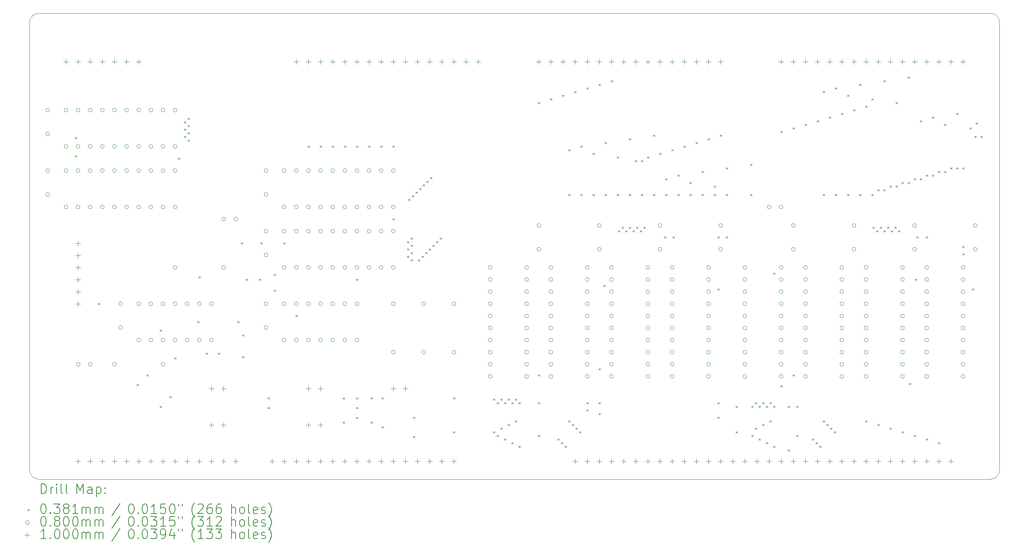
<source format=gbr>
%TF.GenerationSoftware,KiCad,Pcbnew,(7.0.0)*%
%TF.CreationDate,2024-03-28T20:30:13-07:00*%
%TF.ProjectId,video_bank_sel_cursor,76696465-6f5f-4626-916e-6b5f73656c5f,rev?*%
%TF.SameCoordinates,Original*%
%TF.FileFunction,Drillmap*%
%TF.FilePolarity,Positive*%
%FSLAX45Y45*%
G04 Gerber Fmt 4.5, Leading zero omitted, Abs format (unit mm)*
G04 Created by KiCad (PCBNEW (7.0.0)) date 2024-03-28 20:30:13*
%MOMM*%
%LPD*%
G01*
G04 APERTURE LIST*
%ADD10C,0.100000*%
%ADD11C,0.200000*%
%ADD12C,0.038100*%
%ADD13C,0.080000*%
G04 APERTURE END LIST*
D10*
X25400000Y-5270500D02*
X25400000Y-14668500D01*
X25209500Y-14859000D02*
G75*
G03*
X25400000Y-14668500I0J190500D01*
G01*
X5080000Y-14668500D02*
G75*
G03*
X5270500Y-14859000I190500J0D01*
G01*
X5080000Y-14668500D02*
X5080000Y-5270500D01*
X5270500Y-5080000D02*
G75*
G03*
X5080000Y-5270500I0J-190500D01*
G01*
X25209500Y-14859000D02*
X5270500Y-14859000D01*
X25400000Y-5270500D02*
G75*
G03*
X25209500Y-5080000I-190500J0D01*
G01*
X5270500Y-5080000D02*
X25209500Y-5080000D01*
D11*
D12*
X6026150Y-7677150D02*
X6064250Y-7715250D01*
X6064250Y-7677150D02*
X6026150Y-7715250D01*
X6026150Y-8058150D02*
X6064250Y-8096250D01*
X6064250Y-8058150D02*
X6026150Y-8096250D01*
X6508750Y-11156950D02*
X6546850Y-11195050D01*
X6546850Y-11156950D02*
X6508750Y-11195050D01*
X7321550Y-12858750D02*
X7359650Y-12896850D01*
X7359650Y-12858750D02*
X7321550Y-12896850D01*
X7524750Y-12655550D02*
X7562850Y-12693650D01*
X7562850Y-12655550D02*
X7524750Y-12693650D01*
X7804150Y-11715750D02*
X7842250Y-11753850D01*
X7842250Y-11715750D02*
X7804150Y-11753850D01*
X7804150Y-13315950D02*
X7842250Y-13354050D01*
X7842250Y-13315950D02*
X7804150Y-13354050D01*
X8007350Y-13112750D02*
X8045450Y-13150850D01*
X8045450Y-13112750D02*
X8007350Y-13150850D01*
X8108950Y-12299950D02*
X8147050Y-12338050D01*
X8147050Y-12299950D02*
X8108950Y-12338050D01*
X8185150Y-8108950D02*
X8223250Y-8147050D01*
X8223250Y-8108950D02*
X8185150Y-8147050D01*
X8312150Y-7346950D02*
X8350250Y-7385050D01*
X8350250Y-7346950D02*
X8312150Y-7385050D01*
X8312150Y-7499350D02*
X8350250Y-7537450D01*
X8350250Y-7499350D02*
X8312150Y-7537450D01*
X8312150Y-7651750D02*
X8350250Y-7689850D01*
X8350250Y-7651750D02*
X8312150Y-7689850D01*
X8388350Y-7270750D02*
X8426450Y-7308850D01*
X8426450Y-7270750D02*
X8388350Y-7308850D01*
X8388350Y-7423150D02*
X8426450Y-7461250D01*
X8426450Y-7423150D02*
X8388350Y-7461250D01*
X8388350Y-7575550D02*
X8426450Y-7613650D01*
X8426450Y-7575550D02*
X8388350Y-7613650D01*
X8388350Y-7727950D02*
X8426450Y-7766050D01*
X8426450Y-7727950D02*
X8388350Y-7766050D01*
X8591550Y-11537950D02*
X8629650Y-11576050D01*
X8629650Y-11537950D02*
X8591550Y-11576050D01*
X8616950Y-10598150D02*
X8655050Y-10636250D01*
X8655050Y-10598150D02*
X8616950Y-10636250D01*
X8769350Y-12198350D02*
X8807450Y-12236450D01*
X8807450Y-12198350D02*
X8769350Y-12236450D01*
X9023350Y-12198350D02*
X9061450Y-12236450D01*
X9061450Y-12198350D02*
X9023350Y-12236450D01*
X9429750Y-11537950D02*
X9467850Y-11576050D01*
X9467850Y-11537950D02*
X9429750Y-11576050D01*
X9505950Y-9886950D02*
X9544050Y-9925050D01*
X9544050Y-9886950D02*
X9505950Y-9925050D01*
X9531350Y-11817350D02*
X9569450Y-11855450D01*
X9569450Y-11817350D02*
X9531350Y-11855450D01*
X9531350Y-12274550D02*
X9569450Y-12312650D01*
X9569450Y-12274550D02*
X9531350Y-12312650D01*
X9607550Y-10648950D02*
X9645650Y-10687050D01*
X9645650Y-10648950D02*
X9607550Y-10687050D01*
X9886950Y-10648950D02*
X9925050Y-10687050D01*
X9925050Y-10648950D02*
X9886950Y-10687050D01*
X9912350Y-9886950D02*
X9950450Y-9925050D01*
X9950450Y-9886950D02*
X9912350Y-9925050D01*
X10064750Y-13138150D02*
X10102850Y-13176250D01*
X10102850Y-13138150D02*
X10064750Y-13176250D01*
X10064750Y-13341350D02*
X10102850Y-13379450D01*
X10102850Y-13341350D02*
X10064750Y-13379450D01*
X10191750Y-10547350D02*
X10229850Y-10585450D01*
X10229850Y-10547350D02*
X10191750Y-10585450D01*
X10191750Y-10877550D02*
X10229850Y-10915650D01*
X10229850Y-10877550D02*
X10191750Y-10915650D01*
X10394950Y-9886950D02*
X10433050Y-9925050D01*
X10433050Y-9886950D02*
X10394950Y-9925050D01*
X10648950Y-11410950D02*
X10687050Y-11449050D01*
X10687050Y-11410950D02*
X10648950Y-11449050D01*
X10902950Y-7854950D02*
X10941050Y-7893050D01*
X10941050Y-7854950D02*
X10902950Y-7893050D01*
X11156950Y-7854950D02*
X11195050Y-7893050D01*
X11195050Y-7854950D02*
X11156950Y-7893050D01*
X11410950Y-7854950D02*
X11449050Y-7893050D01*
X11449050Y-7854950D02*
X11410950Y-7893050D01*
X11639550Y-13138150D02*
X11677650Y-13176250D01*
X11677650Y-13138150D02*
X11639550Y-13176250D01*
X11639550Y-13646150D02*
X11677650Y-13684250D01*
X11677650Y-13646150D02*
X11639550Y-13684250D01*
X11664950Y-7854950D02*
X11703050Y-7893050D01*
X11703050Y-7854950D02*
X11664950Y-7893050D01*
X11918950Y-7854950D02*
X11957050Y-7893050D01*
X11957050Y-7854950D02*
X11918950Y-7893050D01*
X11918950Y-10648950D02*
X11957050Y-10687050D01*
X11957050Y-10648950D02*
X11918950Y-10687050D01*
X11918950Y-13138150D02*
X11957050Y-13176250D01*
X11957050Y-13138150D02*
X11918950Y-13176250D01*
X11918950Y-13341350D02*
X11957050Y-13379450D01*
X11957050Y-13341350D02*
X11918950Y-13379450D01*
X11918950Y-13544550D02*
X11957050Y-13582650D01*
X11957050Y-13544550D02*
X11918950Y-13582650D01*
X12172950Y-7854950D02*
X12211050Y-7893050D01*
X12211050Y-7854950D02*
X12172950Y-7893050D01*
X12223750Y-13138150D02*
X12261850Y-13176250D01*
X12261850Y-13138150D02*
X12223750Y-13176250D01*
X12223750Y-13646150D02*
X12261850Y-13684250D01*
X12261850Y-13646150D02*
X12223750Y-13684250D01*
X12426950Y-7854950D02*
X12465050Y-7893050D01*
X12465050Y-7854950D02*
X12426950Y-7893050D01*
X12452350Y-13138150D02*
X12490450Y-13176250D01*
X12490450Y-13138150D02*
X12452350Y-13176250D01*
X12452350Y-13747750D02*
X12490450Y-13785850D01*
X12490450Y-13747750D02*
X12452350Y-13785850D01*
X12680950Y-7854950D02*
X12719050Y-7893050D01*
X12719050Y-7854950D02*
X12680950Y-7893050D01*
X12680950Y-9378950D02*
X12719050Y-9417050D01*
X12719050Y-9378950D02*
X12680950Y-9417050D01*
X12985750Y-9861550D02*
X13023850Y-9899650D01*
X13023850Y-9861550D02*
X12985750Y-9899650D01*
X12985750Y-10013950D02*
X13023850Y-10052050D01*
X13023850Y-10013950D02*
X12985750Y-10052050D01*
X12985750Y-10166350D02*
X13023850Y-10204450D01*
X13023850Y-10166350D02*
X12985750Y-10204450D01*
X13011150Y-8972550D02*
X13049250Y-9010650D01*
X13049250Y-8972550D02*
X13011150Y-9010650D01*
X13061950Y-9785350D02*
X13100050Y-9823450D01*
X13100050Y-9785350D02*
X13061950Y-9823450D01*
X13061950Y-9937750D02*
X13100050Y-9975850D01*
X13100050Y-9937750D02*
X13061950Y-9975850D01*
X13061950Y-10090150D02*
X13100050Y-10128250D01*
X13100050Y-10090150D02*
X13061950Y-10128250D01*
X13061950Y-10242550D02*
X13100050Y-10280650D01*
X13100050Y-10242550D02*
X13061950Y-10280650D01*
X13087350Y-8896350D02*
X13125450Y-8934450D01*
X13125450Y-8896350D02*
X13087350Y-8934450D01*
X13112750Y-13544550D02*
X13150850Y-13582650D01*
X13150850Y-13544550D02*
X13112750Y-13582650D01*
X13112750Y-13950950D02*
X13150850Y-13989050D01*
X13150850Y-13950950D02*
X13112750Y-13989050D01*
X13163550Y-8820150D02*
X13201650Y-8858250D01*
X13201650Y-8820150D02*
X13163550Y-8858250D01*
X13214350Y-10242550D02*
X13252450Y-10280650D01*
X13252450Y-10242550D02*
X13214350Y-10280650D01*
X13239750Y-8743950D02*
X13277850Y-8782050D01*
X13277850Y-8743950D02*
X13239750Y-8782050D01*
X13290550Y-10166350D02*
X13328650Y-10204450D01*
X13328650Y-10166350D02*
X13290550Y-10204450D01*
X13315950Y-8667750D02*
X13354050Y-8705850D01*
X13354050Y-8667750D02*
X13315950Y-8705850D01*
X13366750Y-10090150D02*
X13404850Y-10128250D01*
X13404850Y-10090150D02*
X13366750Y-10128250D01*
X13392150Y-8591550D02*
X13430250Y-8629650D01*
X13430250Y-8591550D02*
X13392150Y-8629650D01*
X13442950Y-10013950D02*
X13481050Y-10052050D01*
X13481050Y-10013950D02*
X13442950Y-10052050D01*
X13468350Y-8515350D02*
X13506450Y-8553450D01*
X13506450Y-8515350D02*
X13468350Y-8553450D01*
X13519150Y-9937750D02*
X13557250Y-9975850D01*
X13557250Y-9937750D02*
X13519150Y-9975850D01*
X13595350Y-9861550D02*
X13633450Y-9899650D01*
X13633450Y-9861550D02*
X13595350Y-9899650D01*
X13671550Y-9785350D02*
X13709650Y-9823450D01*
X13709650Y-9785350D02*
X13671550Y-9823450D01*
X13950950Y-13138150D02*
X13989050Y-13176250D01*
X13989050Y-13138150D02*
X13950950Y-13176250D01*
X13950950Y-13849350D02*
X13989050Y-13887450D01*
X13989050Y-13849350D02*
X13950950Y-13887450D01*
X14789150Y-13163550D02*
X14827250Y-13201650D01*
X14827250Y-13163550D02*
X14789150Y-13201650D01*
X14789150Y-13849350D02*
X14827250Y-13887450D01*
X14827250Y-13849350D02*
X14789150Y-13887450D01*
X14865350Y-13239750D02*
X14903450Y-13277850D01*
X14903450Y-13239750D02*
X14865350Y-13277850D01*
X14865350Y-13925550D02*
X14903450Y-13963650D01*
X14903450Y-13925550D02*
X14865350Y-13963650D01*
X14941550Y-13163550D02*
X14979650Y-13201650D01*
X14979650Y-13163550D02*
X14941550Y-13201650D01*
X14941550Y-13773150D02*
X14979650Y-13811250D01*
X14979650Y-13773150D02*
X14941550Y-13811250D01*
X15017750Y-13239750D02*
X15055850Y-13277850D01*
X15055850Y-13239750D02*
X15017750Y-13277850D01*
X15017750Y-14001750D02*
X15055850Y-14039850D01*
X15055850Y-14001750D02*
X15017750Y-14039850D01*
X15093950Y-13163550D02*
X15132050Y-13201650D01*
X15132050Y-13163550D02*
X15093950Y-13201650D01*
X15093950Y-13696950D02*
X15132050Y-13735050D01*
X15132050Y-13696950D02*
X15093950Y-13735050D01*
X15170150Y-13239750D02*
X15208250Y-13277850D01*
X15208250Y-13239750D02*
X15170150Y-13277850D01*
X15170150Y-14077950D02*
X15208250Y-14116050D01*
X15208250Y-14077950D02*
X15170150Y-14116050D01*
X15246350Y-13163550D02*
X15284450Y-13201650D01*
X15284450Y-13163550D02*
X15246350Y-13201650D01*
X15246350Y-13620750D02*
X15284450Y-13658850D01*
X15284450Y-13620750D02*
X15246350Y-13658850D01*
X15322550Y-13239750D02*
X15360650Y-13277850D01*
X15360650Y-13239750D02*
X15322550Y-13277850D01*
X15322550Y-14154150D02*
X15360650Y-14192250D01*
X15360650Y-14154150D02*
X15322550Y-14192250D01*
X15728950Y-6940550D02*
X15767050Y-6978650D01*
X15767050Y-6940550D02*
X15728950Y-6978650D01*
X15728950Y-12655550D02*
X15767050Y-12693650D01*
X15767050Y-12655550D02*
X15728950Y-12693650D01*
X15728950Y-13239750D02*
X15767050Y-13277850D01*
X15767050Y-13239750D02*
X15728950Y-13277850D01*
X15728950Y-13925550D02*
X15767050Y-13963650D01*
X15767050Y-13925550D02*
X15728950Y-13963650D01*
X15982950Y-6864350D02*
X16021050Y-6902450D01*
X16021050Y-6864350D02*
X15982950Y-6902450D01*
X16135350Y-14001750D02*
X16173450Y-14039850D01*
X16173450Y-14001750D02*
X16135350Y-14039850D01*
X16211550Y-14077950D02*
X16249650Y-14116050D01*
X16249650Y-14077950D02*
X16211550Y-14116050D01*
X16236950Y-6788150D02*
X16275050Y-6826250D01*
X16275050Y-6788150D02*
X16236950Y-6826250D01*
X16287750Y-14154150D02*
X16325850Y-14192250D01*
X16325850Y-14154150D02*
X16287750Y-14192250D01*
X16363950Y-7931150D02*
X16402050Y-7969250D01*
X16402050Y-7931150D02*
X16363950Y-7969250D01*
X16363950Y-8870950D02*
X16402050Y-8909050D01*
X16402050Y-8870950D02*
X16363950Y-8909050D01*
X16363950Y-13620750D02*
X16402050Y-13658850D01*
X16402050Y-13620750D02*
X16363950Y-13658850D01*
X16440150Y-13696950D02*
X16478250Y-13735050D01*
X16478250Y-13696950D02*
X16440150Y-13735050D01*
X16490950Y-6711950D02*
X16529050Y-6750050D01*
X16529050Y-6711950D02*
X16490950Y-6750050D01*
X16516350Y-13773150D02*
X16554450Y-13811250D01*
X16554450Y-13773150D02*
X16516350Y-13811250D01*
X16592550Y-13849350D02*
X16630650Y-13887450D01*
X16630650Y-13849350D02*
X16592550Y-13887450D01*
X16617950Y-7854950D02*
X16656050Y-7893050D01*
X16656050Y-7854950D02*
X16617950Y-7893050D01*
X16617950Y-8870950D02*
X16656050Y-8909050D01*
X16656050Y-8870950D02*
X16617950Y-8909050D01*
X16744950Y-6635750D02*
X16783050Y-6673850D01*
X16783050Y-6635750D02*
X16744950Y-6673850D01*
X16744950Y-13239750D02*
X16783050Y-13277850D01*
X16783050Y-13239750D02*
X16744950Y-13277850D01*
X16744950Y-13392150D02*
X16783050Y-13430250D01*
X16783050Y-13392150D02*
X16744950Y-13430250D01*
X16871950Y-8007350D02*
X16910050Y-8045450D01*
X16910050Y-8007350D02*
X16871950Y-8045450D01*
X16871950Y-8870950D02*
X16910050Y-8909050D01*
X16910050Y-8870950D02*
X16871950Y-8909050D01*
X16998950Y-6559550D02*
X17037050Y-6597650D01*
X17037050Y-6559550D02*
X16998950Y-6597650D01*
X16998950Y-12528550D02*
X17037050Y-12566650D01*
X17037050Y-12528550D02*
X16998950Y-12566650D01*
X16998950Y-13239750D02*
X17037050Y-13277850D01*
X17037050Y-13239750D02*
X16998950Y-13277850D01*
X16998950Y-13468350D02*
X17037050Y-13506450D01*
X17037050Y-13468350D02*
X16998950Y-13506450D01*
X17100550Y-10775950D02*
X17138650Y-10814050D01*
X17138650Y-10775950D02*
X17100550Y-10814050D01*
X17125950Y-7778750D02*
X17164050Y-7816850D01*
X17164050Y-7778750D02*
X17125950Y-7816850D01*
X17125950Y-8870950D02*
X17164050Y-8909050D01*
X17164050Y-8870950D02*
X17125950Y-8909050D01*
X17252950Y-6483350D02*
X17291050Y-6521450D01*
X17291050Y-6483350D02*
X17252950Y-6521450D01*
X17379950Y-8083550D02*
X17418050Y-8121650D01*
X17418050Y-8083550D02*
X17379950Y-8121650D01*
X17379950Y-8870950D02*
X17418050Y-8909050D01*
X17418050Y-8870950D02*
X17379950Y-8909050D01*
X17405350Y-9632950D02*
X17443450Y-9671050D01*
X17443450Y-9632950D02*
X17405350Y-9671050D01*
X17481550Y-9556750D02*
X17519650Y-9594850D01*
X17519650Y-9556750D02*
X17481550Y-9594850D01*
X17557750Y-9632950D02*
X17595850Y-9671050D01*
X17595850Y-9632950D02*
X17557750Y-9671050D01*
X17633950Y-7702550D02*
X17672050Y-7740650D01*
X17672050Y-7702550D02*
X17633950Y-7740650D01*
X17633950Y-8870950D02*
X17672050Y-8909050D01*
X17672050Y-8870950D02*
X17633950Y-8909050D01*
X17633950Y-9556750D02*
X17672050Y-9594850D01*
X17672050Y-9556750D02*
X17633950Y-9594850D01*
X17710150Y-9632950D02*
X17748250Y-9671050D01*
X17748250Y-9632950D02*
X17710150Y-9671050D01*
X17760950Y-8159750D02*
X17799050Y-8197850D01*
X17799050Y-8159750D02*
X17760950Y-8197850D01*
X17786350Y-9556750D02*
X17824450Y-9594850D01*
X17824450Y-9556750D02*
X17786350Y-9594850D01*
X17862550Y-9632950D02*
X17900650Y-9671050D01*
X17900650Y-9632950D02*
X17862550Y-9671050D01*
X17887950Y-8159750D02*
X17926050Y-8197850D01*
X17926050Y-8159750D02*
X17887950Y-8197850D01*
X17887950Y-8870950D02*
X17926050Y-8909050D01*
X17926050Y-8870950D02*
X17887950Y-8909050D01*
X17938750Y-9556750D02*
X17976850Y-9594850D01*
X17976850Y-9556750D02*
X17938750Y-9594850D01*
X18014950Y-8083550D02*
X18053050Y-8121650D01*
X18053050Y-8083550D02*
X18014950Y-8121650D01*
X18141950Y-7626350D02*
X18180050Y-7664450D01*
X18180050Y-7626350D02*
X18141950Y-7664450D01*
X18141950Y-8870950D02*
X18180050Y-8909050D01*
X18180050Y-8870950D02*
X18141950Y-8909050D01*
X18268950Y-8007350D02*
X18307050Y-8045450D01*
X18307050Y-8007350D02*
X18268950Y-8045450D01*
X18370550Y-9759950D02*
X18408650Y-9798050D01*
X18408650Y-9759950D02*
X18370550Y-9798050D01*
X18395950Y-8540750D02*
X18434050Y-8578850D01*
X18434050Y-8540750D02*
X18395950Y-8578850D01*
X18395950Y-8870950D02*
X18434050Y-8909050D01*
X18434050Y-8870950D02*
X18395950Y-8909050D01*
X18522950Y-7931150D02*
X18561050Y-7969250D01*
X18561050Y-7931150D02*
X18522950Y-7969250D01*
X18548350Y-9759950D02*
X18586450Y-9798050D01*
X18586450Y-9759950D02*
X18548350Y-9798050D01*
X18649950Y-8464550D02*
X18688050Y-8502650D01*
X18688050Y-8464550D02*
X18649950Y-8502650D01*
X18649950Y-8870950D02*
X18688050Y-8909050D01*
X18688050Y-8870950D02*
X18649950Y-8909050D01*
X18776950Y-7854950D02*
X18815050Y-7893050D01*
X18815050Y-7854950D02*
X18776950Y-7893050D01*
X18903950Y-8616950D02*
X18942050Y-8655050D01*
X18942050Y-8616950D02*
X18903950Y-8655050D01*
X18903950Y-8870950D02*
X18942050Y-8909050D01*
X18942050Y-8870950D02*
X18903950Y-8909050D01*
X19030950Y-7778750D02*
X19069050Y-7816850D01*
X19069050Y-7778750D02*
X19030950Y-7816850D01*
X19157950Y-8388350D02*
X19196050Y-8426450D01*
X19196050Y-8388350D02*
X19157950Y-8426450D01*
X19157950Y-8870950D02*
X19196050Y-8909050D01*
X19196050Y-8870950D02*
X19157950Y-8909050D01*
X19284950Y-7702550D02*
X19323050Y-7740650D01*
X19323050Y-7702550D02*
X19284950Y-7740650D01*
X19411950Y-8693150D02*
X19450050Y-8731250D01*
X19450050Y-8693150D02*
X19411950Y-8731250D01*
X19411950Y-8870950D02*
X19450050Y-8909050D01*
X19450050Y-8870950D02*
X19411950Y-8909050D01*
X19488150Y-9759950D02*
X19526250Y-9798050D01*
X19526250Y-9759950D02*
X19488150Y-9798050D01*
X19488150Y-10852150D02*
X19526250Y-10890250D01*
X19526250Y-10852150D02*
X19488150Y-10890250D01*
X19488150Y-13239750D02*
X19526250Y-13277850D01*
X19526250Y-13239750D02*
X19488150Y-13277850D01*
X19488150Y-13544550D02*
X19526250Y-13582650D01*
X19526250Y-13544550D02*
X19488150Y-13582650D01*
X19538950Y-7626350D02*
X19577050Y-7664450D01*
X19577050Y-7626350D02*
X19538950Y-7664450D01*
X19665950Y-8312150D02*
X19704050Y-8350250D01*
X19704050Y-8312150D02*
X19665950Y-8350250D01*
X19665950Y-8870950D02*
X19704050Y-8909050D01*
X19704050Y-8870950D02*
X19665950Y-8909050D01*
X19665950Y-9759950D02*
X19704050Y-9798050D01*
X19704050Y-9759950D02*
X19665950Y-9798050D01*
X19869150Y-13315950D02*
X19907250Y-13354050D01*
X19907250Y-13315950D02*
X19869150Y-13354050D01*
X19869150Y-13849350D02*
X19907250Y-13887450D01*
X19907250Y-13849350D02*
X19869150Y-13887450D01*
X20173950Y-8235950D02*
X20212050Y-8274050D01*
X20212050Y-8235950D02*
X20173950Y-8274050D01*
X20173950Y-8870950D02*
X20212050Y-8909050D01*
X20212050Y-8870950D02*
X20173950Y-8909050D01*
X20199350Y-13315950D02*
X20237450Y-13354050D01*
X20237450Y-13315950D02*
X20199350Y-13354050D01*
X20199350Y-13925550D02*
X20237450Y-13963650D01*
X20237450Y-13925550D02*
X20199350Y-13963650D01*
X20275550Y-13239750D02*
X20313650Y-13277850D01*
X20313650Y-13239750D02*
X20275550Y-13277850D01*
X20275550Y-13773150D02*
X20313650Y-13811250D01*
X20313650Y-13773150D02*
X20275550Y-13811250D01*
X20351750Y-13315950D02*
X20389850Y-13354050D01*
X20389850Y-13315950D02*
X20351750Y-13354050D01*
X20351750Y-14001750D02*
X20389850Y-14039850D01*
X20389850Y-14001750D02*
X20351750Y-14039850D01*
X20427950Y-13239750D02*
X20466050Y-13277850D01*
X20466050Y-13239750D02*
X20427950Y-13277850D01*
X20427950Y-13696950D02*
X20466050Y-13735050D01*
X20466050Y-13696950D02*
X20427950Y-13735050D01*
X20504150Y-13315950D02*
X20542250Y-13354050D01*
X20542250Y-13315950D02*
X20504150Y-13354050D01*
X20504150Y-14077950D02*
X20542250Y-14116050D01*
X20542250Y-14077950D02*
X20504150Y-14116050D01*
X20580350Y-13239750D02*
X20618450Y-13277850D01*
X20618450Y-13239750D02*
X20580350Y-13277850D01*
X20580350Y-13620750D02*
X20618450Y-13658850D01*
X20618450Y-13620750D02*
X20580350Y-13658850D01*
X20656550Y-10521950D02*
X20694650Y-10560050D01*
X20694650Y-10521950D02*
X20656550Y-10560050D01*
X20656550Y-13315950D02*
X20694650Y-13354050D01*
X20694650Y-13315950D02*
X20656550Y-13354050D01*
X20656550Y-14154150D02*
X20694650Y-14192250D01*
X20694650Y-14154150D02*
X20656550Y-14192250D01*
X20808950Y-7550150D02*
X20847050Y-7588250D01*
X20847050Y-7550150D02*
X20808950Y-7588250D01*
X20808950Y-12884150D02*
X20847050Y-12922250D01*
X20847050Y-12884150D02*
X20808950Y-12922250D01*
X20961350Y-13315950D02*
X20999450Y-13354050D01*
X20999450Y-13315950D02*
X20961350Y-13354050D01*
X20961350Y-14230350D02*
X20999450Y-14268450D01*
X20999450Y-14230350D02*
X20961350Y-14268450D01*
X21062950Y-7473950D02*
X21101050Y-7512050D01*
X21101050Y-7473950D02*
X21062950Y-7512050D01*
X21062950Y-12655550D02*
X21101050Y-12693650D01*
X21101050Y-12655550D02*
X21062950Y-12693650D01*
X21139150Y-13315950D02*
X21177250Y-13354050D01*
X21177250Y-13315950D02*
X21139150Y-13354050D01*
X21139150Y-13925550D02*
X21177250Y-13963650D01*
X21177250Y-13925550D02*
X21139150Y-13963650D01*
X21316950Y-7397750D02*
X21355050Y-7435850D01*
X21355050Y-7397750D02*
X21316950Y-7435850D01*
X21469350Y-14001750D02*
X21507450Y-14039850D01*
X21507450Y-14001750D02*
X21469350Y-14039850D01*
X21545550Y-14077950D02*
X21583650Y-14116050D01*
X21583650Y-14077950D02*
X21545550Y-14116050D01*
X21570950Y-7321550D02*
X21609050Y-7359650D01*
X21609050Y-7321550D02*
X21570950Y-7359650D01*
X21621750Y-14154150D02*
X21659850Y-14192250D01*
X21659850Y-14154150D02*
X21621750Y-14192250D01*
X21697950Y-6711950D02*
X21736050Y-6750050D01*
X21736050Y-6711950D02*
X21697950Y-6750050D01*
X21697950Y-8870950D02*
X21736050Y-8909050D01*
X21736050Y-8870950D02*
X21697950Y-8909050D01*
X21697950Y-13620750D02*
X21736050Y-13658850D01*
X21736050Y-13620750D02*
X21697950Y-13658850D01*
X21774150Y-13696950D02*
X21812250Y-13735050D01*
X21812250Y-13696950D02*
X21774150Y-13735050D01*
X21824950Y-7245350D02*
X21863050Y-7283450D01*
X21863050Y-7245350D02*
X21824950Y-7283450D01*
X21850350Y-13773150D02*
X21888450Y-13811250D01*
X21888450Y-13773150D02*
X21850350Y-13811250D01*
X21926550Y-13849350D02*
X21964650Y-13887450D01*
X21964650Y-13849350D02*
X21926550Y-13887450D01*
X21951950Y-6635750D02*
X21990050Y-6673850D01*
X21990050Y-6635750D02*
X21951950Y-6673850D01*
X21951950Y-8870950D02*
X21990050Y-8909050D01*
X21990050Y-8870950D02*
X21951950Y-8909050D01*
X22078950Y-7169150D02*
X22117050Y-7207250D01*
X22117050Y-7169150D02*
X22078950Y-7207250D01*
X22205950Y-6788150D02*
X22244050Y-6826250D01*
X22244050Y-6788150D02*
X22205950Y-6826250D01*
X22205950Y-8870950D02*
X22244050Y-8909050D01*
X22244050Y-8870950D02*
X22205950Y-8909050D01*
X22332950Y-7092950D02*
X22371050Y-7131050D01*
X22371050Y-7092950D02*
X22332950Y-7131050D01*
X22459950Y-6559550D02*
X22498050Y-6597650D01*
X22498050Y-6559550D02*
X22459950Y-6597650D01*
X22459950Y-8870950D02*
X22498050Y-8909050D01*
X22498050Y-8870950D02*
X22459950Y-8909050D01*
X22586950Y-7016750D02*
X22625050Y-7054850D01*
X22625050Y-7016750D02*
X22586950Y-7054850D01*
X22586950Y-13620750D02*
X22625050Y-13658850D01*
X22625050Y-13620750D02*
X22586950Y-13658850D01*
X22713950Y-6864350D02*
X22752050Y-6902450D01*
X22752050Y-6864350D02*
X22713950Y-6902450D01*
X22713950Y-8870950D02*
X22752050Y-8909050D01*
X22752050Y-8870950D02*
X22713950Y-8909050D01*
X22739350Y-9556750D02*
X22777450Y-9594850D01*
X22777450Y-9556750D02*
X22739350Y-9594850D01*
X22815550Y-9632950D02*
X22853650Y-9671050D01*
X22853650Y-9632950D02*
X22815550Y-9671050D01*
X22840950Y-8769350D02*
X22879050Y-8807450D01*
X22879050Y-8769350D02*
X22840950Y-8807450D01*
X22840950Y-13696950D02*
X22879050Y-13735050D01*
X22879050Y-13696950D02*
X22840950Y-13735050D01*
X22891750Y-9556750D02*
X22929850Y-9594850D01*
X22929850Y-9556750D02*
X22891750Y-9594850D01*
X22967950Y-6483350D02*
X23006050Y-6521450D01*
X23006050Y-6483350D02*
X22967950Y-6521450D01*
X22967950Y-8769350D02*
X23006050Y-8807450D01*
X23006050Y-8769350D02*
X22967950Y-8807450D01*
X22967950Y-9632950D02*
X23006050Y-9671050D01*
X23006050Y-9632950D02*
X22967950Y-9671050D01*
X23044150Y-9556750D02*
X23082250Y-9594850D01*
X23082250Y-9556750D02*
X23044150Y-9594850D01*
X23094950Y-8693150D02*
X23133050Y-8731250D01*
X23133050Y-8693150D02*
X23094950Y-8731250D01*
X23094950Y-13773150D02*
X23133050Y-13811250D01*
X23133050Y-13773150D02*
X23094950Y-13811250D01*
X23120350Y-9632950D02*
X23158450Y-9671050D01*
X23158450Y-9632950D02*
X23120350Y-9671050D01*
X23196550Y-9556750D02*
X23234650Y-9594850D01*
X23234650Y-9556750D02*
X23196550Y-9594850D01*
X23221950Y-6940550D02*
X23260050Y-6978650D01*
X23260050Y-6940550D02*
X23221950Y-6978650D01*
X23221950Y-8693150D02*
X23260050Y-8731250D01*
X23260050Y-8693150D02*
X23221950Y-8731250D01*
X23272750Y-9632950D02*
X23310850Y-9671050D01*
X23310850Y-9632950D02*
X23272750Y-9671050D01*
X23348950Y-8616950D02*
X23387050Y-8655050D01*
X23387050Y-8616950D02*
X23348950Y-8655050D01*
X23348950Y-13849350D02*
X23387050Y-13887450D01*
X23387050Y-13849350D02*
X23348950Y-13887450D01*
X23475950Y-6407150D02*
X23514050Y-6445250D01*
X23514050Y-6407150D02*
X23475950Y-6445250D01*
X23475950Y-8616950D02*
X23514050Y-8655050D01*
X23514050Y-8616950D02*
X23475950Y-8655050D01*
X23501350Y-12833350D02*
X23539450Y-12871450D01*
X23539450Y-12833350D02*
X23501350Y-12871450D01*
X23602950Y-8540750D02*
X23641050Y-8578850D01*
X23641050Y-8540750D02*
X23602950Y-8578850D01*
X23602950Y-13925550D02*
X23641050Y-13963650D01*
X23641050Y-13925550D02*
X23602950Y-13963650D01*
X23628350Y-10648950D02*
X23666450Y-10687050D01*
X23666450Y-10648950D02*
X23628350Y-10687050D01*
X23653750Y-9759950D02*
X23691850Y-9798050D01*
X23691850Y-9759950D02*
X23653750Y-9798050D01*
X23729950Y-7321550D02*
X23768050Y-7359650D01*
X23768050Y-7321550D02*
X23729950Y-7359650D01*
X23729950Y-8540750D02*
X23768050Y-8578850D01*
X23768050Y-8540750D02*
X23729950Y-8578850D01*
X23856950Y-8464550D02*
X23895050Y-8502650D01*
X23895050Y-8464550D02*
X23856950Y-8502650D01*
X23856950Y-9759950D02*
X23895050Y-9798050D01*
X23895050Y-9759950D02*
X23856950Y-9798050D01*
X23856950Y-14001750D02*
X23895050Y-14039850D01*
X23895050Y-14001750D02*
X23856950Y-14039850D01*
X23983950Y-7245350D02*
X24022050Y-7283450D01*
X24022050Y-7245350D02*
X23983950Y-7283450D01*
X23983950Y-8464550D02*
X24022050Y-8502650D01*
X24022050Y-8464550D02*
X23983950Y-8502650D01*
X24110950Y-8388350D02*
X24149050Y-8426450D01*
X24149050Y-8388350D02*
X24110950Y-8426450D01*
X24110950Y-14077950D02*
X24149050Y-14116050D01*
X24149050Y-14077950D02*
X24110950Y-14116050D01*
X24237950Y-7397750D02*
X24276050Y-7435850D01*
X24276050Y-7397750D02*
X24237950Y-7435850D01*
X24237950Y-8388350D02*
X24276050Y-8426450D01*
X24276050Y-8388350D02*
X24237950Y-8426450D01*
X24364950Y-8312150D02*
X24403050Y-8350250D01*
X24403050Y-8312150D02*
X24364950Y-8350250D01*
X24491950Y-7169150D02*
X24530050Y-7207250D01*
X24530050Y-7169150D02*
X24491950Y-7207250D01*
X24491950Y-8312150D02*
X24530050Y-8350250D01*
X24530050Y-8312150D02*
X24491950Y-8350250D01*
X24618950Y-8312150D02*
X24657050Y-8350250D01*
X24657050Y-8312150D02*
X24618950Y-8350250D01*
X24618950Y-9963150D02*
X24657050Y-10001250D01*
X24657050Y-9963150D02*
X24618950Y-10001250D01*
X24618950Y-10115550D02*
X24657050Y-10153650D01*
X24657050Y-10115550D02*
X24618950Y-10153650D01*
X24771350Y-7473950D02*
X24809450Y-7512050D01*
X24809450Y-7473950D02*
X24771350Y-7512050D01*
X24822150Y-10852150D02*
X24860250Y-10890250D01*
X24860250Y-10852150D02*
X24822150Y-10890250D01*
X24872950Y-7651750D02*
X24911050Y-7689850D01*
X24911050Y-7651750D02*
X24872950Y-7689850D01*
X24898350Y-7372350D02*
X24936450Y-7410450D01*
X24936450Y-7372350D02*
X24898350Y-7410450D01*
X24999950Y-7651750D02*
X25038050Y-7689850D01*
X25038050Y-7651750D02*
X24999950Y-7689850D01*
D13*
X5501000Y-7112000D02*
G75*
G03*
X5501000Y-7112000I-40000J0D01*
G01*
X5501000Y-7612000D02*
G75*
G03*
X5501000Y-7612000I-40000J0D01*
G01*
X5501000Y-8382000D02*
G75*
G03*
X5501000Y-8382000I-40000J0D01*
G01*
X5501000Y-8882000D02*
G75*
G03*
X5501000Y-8882000I-40000J0D01*
G01*
X5882000Y-7112000D02*
G75*
G03*
X5882000Y-7112000I-40000J0D01*
G01*
X5882000Y-7874000D02*
G75*
G03*
X5882000Y-7874000I-40000J0D01*
G01*
X5882000Y-8382000D02*
G75*
G03*
X5882000Y-8382000I-40000J0D01*
G01*
X5882000Y-9144000D02*
G75*
G03*
X5882000Y-9144000I-40000J0D01*
G01*
X6136000Y-7112000D02*
G75*
G03*
X6136000Y-7112000I-40000J0D01*
G01*
X6136000Y-7874000D02*
G75*
G03*
X6136000Y-7874000I-40000J0D01*
G01*
X6136000Y-8382000D02*
G75*
G03*
X6136000Y-8382000I-40000J0D01*
G01*
X6136000Y-9144000D02*
G75*
G03*
X6136000Y-9144000I-40000J0D01*
G01*
X6140000Y-12446000D02*
G75*
G03*
X6140000Y-12446000I-40000J0D01*
G01*
X6390000Y-7112000D02*
G75*
G03*
X6390000Y-7112000I-40000J0D01*
G01*
X6390000Y-7874000D02*
G75*
G03*
X6390000Y-7874000I-40000J0D01*
G01*
X6390000Y-8382000D02*
G75*
G03*
X6390000Y-8382000I-40000J0D01*
G01*
X6390000Y-9144000D02*
G75*
G03*
X6390000Y-9144000I-40000J0D01*
G01*
X6390000Y-12446000D02*
G75*
G03*
X6390000Y-12446000I-40000J0D01*
G01*
X6644000Y-7112000D02*
G75*
G03*
X6644000Y-7112000I-40000J0D01*
G01*
X6644000Y-7874000D02*
G75*
G03*
X6644000Y-7874000I-40000J0D01*
G01*
X6644000Y-8382000D02*
G75*
G03*
X6644000Y-8382000I-40000J0D01*
G01*
X6644000Y-9144000D02*
G75*
G03*
X6644000Y-9144000I-40000J0D01*
G01*
X6898000Y-7112000D02*
G75*
G03*
X6898000Y-7112000I-40000J0D01*
G01*
X6898000Y-7874000D02*
G75*
G03*
X6898000Y-7874000I-40000J0D01*
G01*
X6898000Y-8382000D02*
G75*
G03*
X6898000Y-8382000I-40000J0D01*
G01*
X6898000Y-9144000D02*
G75*
G03*
X6898000Y-9144000I-40000J0D01*
G01*
X6898000Y-12446000D02*
G75*
G03*
X6898000Y-12446000I-40000J0D01*
G01*
X7025000Y-11176000D02*
G75*
G03*
X7025000Y-11176000I-40000J0D01*
G01*
X7025000Y-11676000D02*
G75*
G03*
X7025000Y-11676000I-40000J0D01*
G01*
X7152000Y-7112000D02*
G75*
G03*
X7152000Y-7112000I-40000J0D01*
G01*
X7152000Y-7874000D02*
G75*
G03*
X7152000Y-7874000I-40000J0D01*
G01*
X7152000Y-8382000D02*
G75*
G03*
X7152000Y-8382000I-40000J0D01*
G01*
X7152000Y-9144000D02*
G75*
G03*
X7152000Y-9144000I-40000J0D01*
G01*
X7406000Y-7112000D02*
G75*
G03*
X7406000Y-7112000I-40000J0D01*
G01*
X7406000Y-7874000D02*
G75*
G03*
X7406000Y-7874000I-40000J0D01*
G01*
X7406000Y-8382000D02*
G75*
G03*
X7406000Y-8382000I-40000J0D01*
G01*
X7406000Y-9144000D02*
G75*
G03*
X7406000Y-9144000I-40000J0D01*
G01*
X7406000Y-11176000D02*
G75*
G03*
X7406000Y-11176000I-40000J0D01*
G01*
X7406000Y-11938000D02*
G75*
G03*
X7406000Y-11938000I-40000J0D01*
G01*
X7660000Y-7112000D02*
G75*
G03*
X7660000Y-7112000I-40000J0D01*
G01*
X7660000Y-7874000D02*
G75*
G03*
X7660000Y-7874000I-40000J0D01*
G01*
X7660000Y-8382000D02*
G75*
G03*
X7660000Y-8382000I-40000J0D01*
G01*
X7660000Y-9144000D02*
G75*
G03*
X7660000Y-9144000I-40000J0D01*
G01*
X7660000Y-11176000D02*
G75*
G03*
X7660000Y-11176000I-40000J0D01*
G01*
X7660000Y-11938000D02*
G75*
G03*
X7660000Y-11938000I-40000J0D01*
G01*
X7914000Y-7112000D02*
G75*
G03*
X7914000Y-7112000I-40000J0D01*
G01*
X7914000Y-7874000D02*
G75*
G03*
X7914000Y-7874000I-40000J0D01*
G01*
X7914000Y-8382000D02*
G75*
G03*
X7914000Y-8382000I-40000J0D01*
G01*
X7914000Y-9144000D02*
G75*
G03*
X7914000Y-9144000I-40000J0D01*
G01*
X7914000Y-11176000D02*
G75*
G03*
X7914000Y-11176000I-40000J0D01*
G01*
X7914000Y-11938000D02*
G75*
G03*
X7914000Y-11938000I-40000J0D01*
G01*
X7914000Y-12446000D02*
G75*
G03*
X7914000Y-12446000I-40000J0D01*
G01*
X8168000Y-7112000D02*
G75*
G03*
X8168000Y-7112000I-40000J0D01*
G01*
X8168000Y-7874000D02*
G75*
G03*
X8168000Y-7874000I-40000J0D01*
G01*
X8168000Y-8382000D02*
G75*
G03*
X8168000Y-8382000I-40000J0D01*
G01*
X8168000Y-9144000D02*
G75*
G03*
X8168000Y-9144000I-40000J0D01*
G01*
X8168000Y-10414000D02*
G75*
G03*
X8168000Y-10414000I-40000J0D01*
G01*
X8168000Y-11176000D02*
G75*
G03*
X8168000Y-11176000I-40000J0D01*
G01*
X8168000Y-11938000D02*
G75*
G03*
X8168000Y-11938000I-40000J0D01*
G01*
X8422000Y-11176000D02*
G75*
G03*
X8422000Y-11176000I-40000J0D01*
G01*
X8422000Y-11938000D02*
G75*
G03*
X8422000Y-11938000I-40000J0D01*
G01*
X8676000Y-11176000D02*
G75*
G03*
X8676000Y-11176000I-40000J0D01*
G01*
X8676000Y-11938000D02*
G75*
G03*
X8676000Y-11938000I-40000J0D01*
G01*
X8930000Y-11176000D02*
G75*
G03*
X8930000Y-11176000I-40000J0D01*
G01*
X8930000Y-11938000D02*
G75*
G03*
X8930000Y-11938000I-40000J0D01*
G01*
X9184000Y-10414000D02*
G75*
G03*
X9184000Y-10414000I-40000J0D01*
G01*
X9188000Y-9398000D02*
G75*
G03*
X9188000Y-9398000I-40000J0D01*
G01*
X9438000Y-9398000D02*
G75*
G03*
X9438000Y-9398000I-40000J0D01*
G01*
X10073000Y-8382000D02*
G75*
G03*
X10073000Y-8382000I-40000J0D01*
G01*
X10073000Y-8882000D02*
G75*
G03*
X10073000Y-8882000I-40000J0D01*
G01*
X10073000Y-9652000D02*
G75*
G03*
X10073000Y-9652000I-40000J0D01*
G01*
X10073000Y-10152000D02*
G75*
G03*
X10073000Y-10152000I-40000J0D01*
G01*
X10073000Y-11176000D02*
G75*
G03*
X10073000Y-11176000I-40000J0D01*
G01*
X10073000Y-11676000D02*
G75*
G03*
X10073000Y-11676000I-40000J0D01*
G01*
X10454000Y-8382000D02*
G75*
G03*
X10454000Y-8382000I-40000J0D01*
G01*
X10454000Y-9144000D02*
G75*
G03*
X10454000Y-9144000I-40000J0D01*
G01*
X10454000Y-9652000D02*
G75*
G03*
X10454000Y-9652000I-40000J0D01*
G01*
X10454000Y-10414000D02*
G75*
G03*
X10454000Y-10414000I-40000J0D01*
G01*
X10454000Y-11176000D02*
G75*
G03*
X10454000Y-11176000I-40000J0D01*
G01*
X10454000Y-11938000D02*
G75*
G03*
X10454000Y-11938000I-40000J0D01*
G01*
X10708000Y-8382000D02*
G75*
G03*
X10708000Y-8382000I-40000J0D01*
G01*
X10708000Y-9144000D02*
G75*
G03*
X10708000Y-9144000I-40000J0D01*
G01*
X10708000Y-9652000D02*
G75*
G03*
X10708000Y-9652000I-40000J0D01*
G01*
X10708000Y-10414000D02*
G75*
G03*
X10708000Y-10414000I-40000J0D01*
G01*
X10708000Y-11176000D02*
G75*
G03*
X10708000Y-11176000I-40000J0D01*
G01*
X10708000Y-11938000D02*
G75*
G03*
X10708000Y-11938000I-40000J0D01*
G01*
X10962000Y-8382000D02*
G75*
G03*
X10962000Y-8382000I-40000J0D01*
G01*
X10962000Y-9144000D02*
G75*
G03*
X10962000Y-9144000I-40000J0D01*
G01*
X10962000Y-9652000D02*
G75*
G03*
X10962000Y-9652000I-40000J0D01*
G01*
X10962000Y-10414000D02*
G75*
G03*
X10962000Y-10414000I-40000J0D01*
G01*
X10962000Y-11176000D02*
G75*
G03*
X10962000Y-11176000I-40000J0D01*
G01*
X10962000Y-11938000D02*
G75*
G03*
X10962000Y-11938000I-40000J0D01*
G01*
X11216000Y-8382000D02*
G75*
G03*
X11216000Y-8382000I-40000J0D01*
G01*
X11216000Y-9144000D02*
G75*
G03*
X11216000Y-9144000I-40000J0D01*
G01*
X11216000Y-9652000D02*
G75*
G03*
X11216000Y-9652000I-40000J0D01*
G01*
X11216000Y-10414000D02*
G75*
G03*
X11216000Y-10414000I-40000J0D01*
G01*
X11216000Y-11176000D02*
G75*
G03*
X11216000Y-11176000I-40000J0D01*
G01*
X11216000Y-11938000D02*
G75*
G03*
X11216000Y-11938000I-40000J0D01*
G01*
X11470000Y-8382000D02*
G75*
G03*
X11470000Y-8382000I-40000J0D01*
G01*
X11470000Y-9144000D02*
G75*
G03*
X11470000Y-9144000I-40000J0D01*
G01*
X11470000Y-9652000D02*
G75*
G03*
X11470000Y-9652000I-40000J0D01*
G01*
X11470000Y-10414000D02*
G75*
G03*
X11470000Y-10414000I-40000J0D01*
G01*
X11470000Y-11176000D02*
G75*
G03*
X11470000Y-11176000I-40000J0D01*
G01*
X11470000Y-11938000D02*
G75*
G03*
X11470000Y-11938000I-40000J0D01*
G01*
X11724000Y-8382000D02*
G75*
G03*
X11724000Y-8382000I-40000J0D01*
G01*
X11724000Y-9144000D02*
G75*
G03*
X11724000Y-9144000I-40000J0D01*
G01*
X11724000Y-9652000D02*
G75*
G03*
X11724000Y-9652000I-40000J0D01*
G01*
X11724000Y-10414000D02*
G75*
G03*
X11724000Y-10414000I-40000J0D01*
G01*
X11724000Y-11176000D02*
G75*
G03*
X11724000Y-11176000I-40000J0D01*
G01*
X11724000Y-11938000D02*
G75*
G03*
X11724000Y-11938000I-40000J0D01*
G01*
X11978000Y-8382000D02*
G75*
G03*
X11978000Y-8382000I-40000J0D01*
G01*
X11978000Y-9144000D02*
G75*
G03*
X11978000Y-9144000I-40000J0D01*
G01*
X11978000Y-9652000D02*
G75*
G03*
X11978000Y-9652000I-40000J0D01*
G01*
X11978000Y-10414000D02*
G75*
G03*
X11978000Y-10414000I-40000J0D01*
G01*
X11978000Y-11176000D02*
G75*
G03*
X11978000Y-11176000I-40000J0D01*
G01*
X11978000Y-11938000D02*
G75*
G03*
X11978000Y-11938000I-40000J0D01*
G01*
X12232000Y-8382000D02*
G75*
G03*
X12232000Y-8382000I-40000J0D01*
G01*
X12232000Y-9144000D02*
G75*
G03*
X12232000Y-9144000I-40000J0D01*
G01*
X12232000Y-9652000D02*
G75*
G03*
X12232000Y-9652000I-40000J0D01*
G01*
X12232000Y-10414000D02*
G75*
G03*
X12232000Y-10414000I-40000J0D01*
G01*
X12486000Y-8382000D02*
G75*
G03*
X12486000Y-8382000I-40000J0D01*
G01*
X12486000Y-9144000D02*
G75*
G03*
X12486000Y-9144000I-40000J0D01*
G01*
X12486000Y-9652000D02*
G75*
G03*
X12486000Y-9652000I-40000J0D01*
G01*
X12486000Y-10414000D02*
G75*
G03*
X12486000Y-10414000I-40000J0D01*
G01*
X12740000Y-8382000D02*
G75*
G03*
X12740000Y-8382000I-40000J0D01*
G01*
X12740000Y-9144000D02*
G75*
G03*
X12740000Y-9144000I-40000J0D01*
G01*
X12740000Y-9652000D02*
G75*
G03*
X12740000Y-9652000I-40000J0D01*
G01*
X12740000Y-10414000D02*
G75*
G03*
X12740000Y-10414000I-40000J0D01*
G01*
X12740000Y-11176000D02*
G75*
G03*
X12740000Y-11176000I-40000J0D01*
G01*
X12740000Y-12192000D02*
G75*
G03*
X12740000Y-12192000I-40000J0D01*
G01*
X13375000Y-11176000D02*
G75*
G03*
X13375000Y-11176000I-40000J0D01*
G01*
X13375000Y-12192000D02*
G75*
G03*
X13375000Y-12192000I-40000J0D01*
G01*
X14010000Y-11176000D02*
G75*
G03*
X14010000Y-11176000I-40000J0D01*
G01*
X14010000Y-12192000D02*
G75*
G03*
X14010000Y-12192000I-40000J0D01*
G01*
X14772000Y-10414000D02*
G75*
G03*
X14772000Y-10414000I-40000J0D01*
G01*
X14772000Y-10668000D02*
G75*
G03*
X14772000Y-10668000I-40000J0D01*
G01*
X14772000Y-10922000D02*
G75*
G03*
X14772000Y-10922000I-40000J0D01*
G01*
X14772000Y-11176000D02*
G75*
G03*
X14772000Y-11176000I-40000J0D01*
G01*
X14772000Y-11430000D02*
G75*
G03*
X14772000Y-11430000I-40000J0D01*
G01*
X14772000Y-11684000D02*
G75*
G03*
X14772000Y-11684000I-40000J0D01*
G01*
X14772000Y-11938000D02*
G75*
G03*
X14772000Y-11938000I-40000J0D01*
G01*
X14772000Y-12192000D02*
G75*
G03*
X14772000Y-12192000I-40000J0D01*
G01*
X14772000Y-12446000D02*
G75*
G03*
X14772000Y-12446000I-40000J0D01*
G01*
X14772000Y-12700000D02*
G75*
G03*
X14772000Y-12700000I-40000J0D01*
G01*
X15534000Y-10414000D02*
G75*
G03*
X15534000Y-10414000I-40000J0D01*
G01*
X15534000Y-10668000D02*
G75*
G03*
X15534000Y-10668000I-40000J0D01*
G01*
X15534000Y-10922000D02*
G75*
G03*
X15534000Y-10922000I-40000J0D01*
G01*
X15534000Y-11176000D02*
G75*
G03*
X15534000Y-11176000I-40000J0D01*
G01*
X15534000Y-11430000D02*
G75*
G03*
X15534000Y-11430000I-40000J0D01*
G01*
X15534000Y-11684000D02*
G75*
G03*
X15534000Y-11684000I-40000J0D01*
G01*
X15534000Y-11938000D02*
G75*
G03*
X15534000Y-11938000I-40000J0D01*
G01*
X15534000Y-12192000D02*
G75*
G03*
X15534000Y-12192000I-40000J0D01*
G01*
X15534000Y-12446000D02*
G75*
G03*
X15534000Y-12446000I-40000J0D01*
G01*
X15534000Y-12700000D02*
G75*
G03*
X15534000Y-12700000I-40000J0D01*
G01*
X15788000Y-9533000D02*
G75*
G03*
X15788000Y-9533000I-40000J0D01*
G01*
X15788000Y-10033000D02*
G75*
G03*
X15788000Y-10033000I-40000J0D01*
G01*
X16042000Y-10414000D02*
G75*
G03*
X16042000Y-10414000I-40000J0D01*
G01*
X16042000Y-10668000D02*
G75*
G03*
X16042000Y-10668000I-40000J0D01*
G01*
X16042000Y-10922000D02*
G75*
G03*
X16042000Y-10922000I-40000J0D01*
G01*
X16042000Y-11176000D02*
G75*
G03*
X16042000Y-11176000I-40000J0D01*
G01*
X16042000Y-11430000D02*
G75*
G03*
X16042000Y-11430000I-40000J0D01*
G01*
X16042000Y-11684000D02*
G75*
G03*
X16042000Y-11684000I-40000J0D01*
G01*
X16042000Y-11938000D02*
G75*
G03*
X16042000Y-11938000I-40000J0D01*
G01*
X16042000Y-12192000D02*
G75*
G03*
X16042000Y-12192000I-40000J0D01*
G01*
X16042000Y-12446000D02*
G75*
G03*
X16042000Y-12446000I-40000J0D01*
G01*
X16042000Y-12700000D02*
G75*
G03*
X16042000Y-12700000I-40000J0D01*
G01*
X16804000Y-10414000D02*
G75*
G03*
X16804000Y-10414000I-40000J0D01*
G01*
X16804000Y-10668000D02*
G75*
G03*
X16804000Y-10668000I-40000J0D01*
G01*
X16804000Y-10922000D02*
G75*
G03*
X16804000Y-10922000I-40000J0D01*
G01*
X16804000Y-11176000D02*
G75*
G03*
X16804000Y-11176000I-40000J0D01*
G01*
X16804000Y-11430000D02*
G75*
G03*
X16804000Y-11430000I-40000J0D01*
G01*
X16804000Y-11684000D02*
G75*
G03*
X16804000Y-11684000I-40000J0D01*
G01*
X16804000Y-11938000D02*
G75*
G03*
X16804000Y-11938000I-40000J0D01*
G01*
X16804000Y-12192000D02*
G75*
G03*
X16804000Y-12192000I-40000J0D01*
G01*
X16804000Y-12446000D02*
G75*
G03*
X16804000Y-12446000I-40000J0D01*
G01*
X16804000Y-12700000D02*
G75*
G03*
X16804000Y-12700000I-40000J0D01*
G01*
X17058000Y-9533000D02*
G75*
G03*
X17058000Y-9533000I-40000J0D01*
G01*
X17058000Y-10033000D02*
G75*
G03*
X17058000Y-10033000I-40000J0D01*
G01*
X17312000Y-10414000D02*
G75*
G03*
X17312000Y-10414000I-40000J0D01*
G01*
X17312000Y-10668000D02*
G75*
G03*
X17312000Y-10668000I-40000J0D01*
G01*
X17312000Y-10922000D02*
G75*
G03*
X17312000Y-10922000I-40000J0D01*
G01*
X17312000Y-11176000D02*
G75*
G03*
X17312000Y-11176000I-40000J0D01*
G01*
X17312000Y-11430000D02*
G75*
G03*
X17312000Y-11430000I-40000J0D01*
G01*
X17312000Y-11684000D02*
G75*
G03*
X17312000Y-11684000I-40000J0D01*
G01*
X17312000Y-11938000D02*
G75*
G03*
X17312000Y-11938000I-40000J0D01*
G01*
X17312000Y-12192000D02*
G75*
G03*
X17312000Y-12192000I-40000J0D01*
G01*
X17312000Y-12446000D02*
G75*
G03*
X17312000Y-12446000I-40000J0D01*
G01*
X17312000Y-12700000D02*
G75*
G03*
X17312000Y-12700000I-40000J0D01*
G01*
X18074000Y-10414000D02*
G75*
G03*
X18074000Y-10414000I-40000J0D01*
G01*
X18074000Y-10668000D02*
G75*
G03*
X18074000Y-10668000I-40000J0D01*
G01*
X18074000Y-10922000D02*
G75*
G03*
X18074000Y-10922000I-40000J0D01*
G01*
X18074000Y-11176000D02*
G75*
G03*
X18074000Y-11176000I-40000J0D01*
G01*
X18074000Y-11430000D02*
G75*
G03*
X18074000Y-11430000I-40000J0D01*
G01*
X18074000Y-11684000D02*
G75*
G03*
X18074000Y-11684000I-40000J0D01*
G01*
X18074000Y-11938000D02*
G75*
G03*
X18074000Y-11938000I-40000J0D01*
G01*
X18074000Y-12192000D02*
G75*
G03*
X18074000Y-12192000I-40000J0D01*
G01*
X18074000Y-12446000D02*
G75*
G03*
X18074000Y-12446000I-40000J0D01*
G01*
X18074000Y-12700000D02*
G75*
G03*
X18074000Y-12700000I-40000J0D01*
G01*
X18328000Y-9533000D02*
G75*
G03*
X18328000Y-9533000I-40000J0D01*
G01*
X18328000Y-10033000D02*
G75*
G03*
X18328000Y-10033000I-40000J0D01*
G01*
X18582000Y-10414000D02*
G75*
G03*
X18582000Y-10414000I-40000J0D01*
G01*
X18582000Y-10668000D02*
G75*
G03*
X18582000Y-10668000I-40000J0D01*
G01*
X18582000Y-10922000D02*
G75*
G03*
X18582000Y-10922000I-40000J0D01*
G01*
X18582000Y-11176000D02*
G75*
G03*
X18582000Y-11176000I-40000J0D01*
G01*
X18582000Y-11430000D02*
G75*
G03*
X18582000Y-11430000I-40000J0D01*
G01*
X18582000Y-11684000D02*
G75*
G03*
X18582000Y-11684000I-40000J0D01*
G01*
X18582000Y-11938000D02*
G75*
G03*
X18582000Y-11938000I-40000J0D01*
G01*
X18582000Y-12192000D02*
G75*
G03*
X18582000Y-12192000I-40000J0D01*
G01*
X18582000Y-12446000D02*
G75*
G03*
X18582000Y-12446000I-40000J0D01*
G01*
X18582000Y-12700000D02*
G75*
G03*
X18582000Y-12700000I-40000J0D01*
G01*
X19344000Y-10414000D02*
G75*
G03*
X19344000Y-10414000I-40000J0D01*
G01*
X19344000Y-10668000D02*
G75*
G03*
X19344000Y-10668000I-40000J0D01*
G01*
X19344000Y-10922000D02*
G75*
G03*
X19344000Y-10922000I-40000J0D01*
G01*
X19344000Y-11176000D02*
G75*
G03*
X19344000Y-11176000I-40000J0D01*
G01*
X19344000Y-11430000D02*
G75*
G03*
X19344000Y-11430000I-40000J0D01*
G01*
X19344000Y-11684000D02*
G75*
G03*
X19344000Y-11684000I-40000J0D01*
G01*
X19344000Y-11938000D02*
G75*
G03*
X19344000Y-11938000I-40000J0D01*
G01*
X19344000Y-12192000D02*
G75*
G03*
X19344000Y-12192000I-40000J0D01*
G01*
X19344000Y-12446000D02*
G75*
G03*
X19344000Y-12446000I-40000J0D01*
G01*
X19344000Y-12700000D02*
G75*
G03*
X19344000Y-12700000I-40000J0D01*
G01*
X19598000Y-9533000D02*
G75*
G03*
X19598000Y-9533000I-40000J0D01*
G01*
X19598000Y-10033000D02*
G75*
G03*
X19598000Y-10033000I-40000J0D01*
G01*
X20106000Y-10414000D02*
G75*
G03*
X20106000Y-10414000I-40000J0D01*
G01*
X20106000Y-10668000D02*
G75*
G03*
X20106000Y-10668000I-40000J0D01*
G01*
X20106000Y-10922000D02*
G75*
G03*
X20106000Y-10922000I-40000J0D01*
G01*
X20106000Y-11176000D02*
G75*
G03*
X20106000Y-11176000I-40000J0D01*
G01*
X20106000Y-11430000D02*
G75*
G03*
X20106000Y-11430000I-40000J0D01*
G01*
X20106000Y-11684000D02*
G75*
G03*
X20106000Y-11684000I-40000J0D01*
G01*
X20106000Y-11938000D02*
G75*
G03*
X20106000Y-11938000I-40000J0D01*
G01*
X20106000Y-12192000D02*
G75*
G03*
X20106000Y-12192000I-40000J0D01*
G01*
X20106000Y-12446000D02*
G75*
G03*
X20106000Y-12446000I-40000J0D01*
G01*
X20106000Y-12700000D02*
G75*
G03*
X20106000Y-12700000I-40000J0D01*
G01*
X20614000Y-9144000D02*
G75*
G03*
X20614000Y-9144000I-40000J0D01*
G01*
X20864000Y-9144000D02*
G75*
G03*
X20864000Y-9144000I-40000J0D01*
G01*
X20868000Y-10414000D02*
G75*
G03*
X20868000Y-10414000I-40000J0D01*
G01*
X20868000Y-10668000D02*
G75*
G03*
X20868000Y-10668000I-40000J0D01*
G01*
X20868000Y-10922000D02*
G75*
G03*
X20868000Y-10922000I-40000J0D01*
G01*
X20868000Y-11176000D02*
G75*
G03*
X20868000Y-11176000I-40000J0D01*
G01*
X20868000Y-11430000D02*
G75*
G03*
X20868000Y-11430000I-40000J0D01*
G01*
X20868000Y-11684000D02*
G75*
G03*
X20868000Y-11684000I-40000J0D01*
G01*
X20868000Y-11938000D02*
G75*
G03*
X20868000Y-11938000I-40000J0D01*
G01*
X20868000Y-12192000D02*
G75*
G03*
X20868000Y-12192000I-40000J0D01*
G01*
X20868000Y-12446000D02*
G75*
G03*
X20868000Y-12446000I-40000J0D01*
G01*
X20868000Y-12700000D02*
G75*
G03*
X20868000Y-12700000I-40000J0D01*
G01*
X21122000Y-9533000D02*
G75*
G03*
X21122000Y-9533000I-40000J0D01*
G01*
X21122000Y-10033000D02*
G75*
G03*
X21122000Y-10033000I-40000J0D01*
G01*
X21376000Y-10414000D02*
G75*
G03*
X21376000Y-10414000I-40000J0D01*
G01*
X21376000Y-10668000D02*
G75*
G03*
X21376000Y-10668000I-40000J0D01*
G01*
X21376000Y-10922000D02*
G75*
G03*
X21376000Y-10922000I-40000J0D01*
G01*
X21376000Y-11176000D02*
G75*
G03*
X21376000Y-11176000I-40000J0D01*
G01*
X21376000Y-11430000D02*
G75*
G03*
X21376000Y-11430000I-40000J0D01*
G01*
X21376000Y-11684000D02*
G75*
G03*
X21376000Y-11684000I-40000J0D01*
G01*
X21376000Y-11938000D02*
G75*
G03*
X21376000Y-11938000I-40000J0D01*
G01*
X21376000Y-12192000D02*
G75*
G03*
X21376000Y-12192000I-40000J0D01*
G01*
X21376000Y-12446000D02*
G75*
G03*
X21376000Y-12446000I-40000J0D01*
G01*
X21376000Y-12700000D02*
G75*
G03*
X21376000Y-12700000I-40000J0D01*
G01*
X22138000Y-10414000D02*
G75*
G03*
X22138000Y-10414000I-40000J0D01*
G01*
X22138000Y-10668000D02*
G75*
G03*
X22138000Y-10668000I-40000J0D01*
G01*
X22138000Y-10922000D02*
G75*
G03*
X22138000Y-10922000I-40000J0D01*
G01*
X22138000Y-11176000D02*
G75*
G03*
X22138000Y-11176000I-40000J0D01*
G01*
X22138000Y-11430000D02*
G75*
G03*
X22138000Y-11430000I-40000J0D01*
G01*
X22138000Y-11684000D02*
G75*
G03*
X22138000Y-11684000I-40000J0D01*
G01*
X22138000Y-11938000D02*
G75*
G03*
X22138000Y-11938000I-40000J0D01*
G01*
X22138000Y-12192000D02*
G75*
G03*
X22138000Y-12192000I-40000J0D01*
G01*
X22138000Y-12446000D02*
G75*
G03*
X22138000Y-12446000I-40000J0D01*
G01*
X22138000Y-12700000D02*
G75*
G03*
X22138000Y-12700000I-40000J0D01*
G01*
X22392000Y-9533000D02*
G75*
G03*
X22392000Y-9533000I-40000J0D01*
G01*
X22392000Y-10033000D02*
G75*
G03*
X22392000Y-10033000I-40000J0D01*
G01*
X22646000Y-10414000D02*
G75*
G03*
X22646000Y-10414000I-40000J0D01*
G01*
X22646000Y-10668000D02*
G75*
G03*
X22646000Y-10668000I-40000J0D01*
G01*
X22646000Y-10922000D02*
G75*
G03*
X22646000Y-10922000I-40000J0D01*
G01*
X22646000Y-11176000D02*
G75*
G03*
X22646000Y-11176000I-40000J0D01*
G01*
X22646000Y-11430000D02*
G75*
G03*
X22646000Y-11430000I-40000J0D01*
G01*
X22646000Y-11684000D02*
G75*
G03*
X22646000Y-11684000I-40000J0D01*
G01*
X22646000Y-11938000D02*
G75*
G03*
X22646000Y-11938000I-40000J0D01*
G01*
X22646000Y-12192000D02*
G75*
G03*
X22646000Y-12192000I-40000J0D01*
G01*
X22646000Y-12446000D02*
G75*
G03*
X22646000Y-12446000I-40000J0D01*
G01*
X22646000Y-12700000D02*
G75*
G03*
X22646000Y-12700000I-40000J0D01*
G01*
X23408000Y-10414000D02*
G75*
G03*
X23408000Y-10414000I-40000J0D01*
G01*
X23408000Y-10668000D02*
G75*
G03*
X23408000Y-10668000I-40000J0D01*
G01*
X23408000Y-10922000D02*
G75*
G03*
X23408000Y-10922000I-40000J0D01*
G01*
X23408000Y-11176000D02*
G75*
G03*
X23408000Y-11176000I-40000J0D01*
G01*
X23408000Y-11430000D02*
G75*
G03*
X23408000Y-11430000I-40000J0D01*
G01*
X23408000Y-11684000D02*
G75*
G03*
X23408000Y-11684000I-40000J0D01*
G01*
X23408000Y-11938000D02*
G75*
G03*
X23408000Y-11938000I-40000J0D01*
G01*
X23408000Y-12192000D02*
G75*
G03*
X23408000Y-12192000I-40000J0D01*
G01*
X23408000Y-12446000D02*
G75*
G03*
X23408000Y-12446000I-40000J0D01*
G01*
X23408000Y-12700000D02*
G75*
G03*
X23408000Y-12700000I-40000J0D01*
G01*
X23662000Y-9533000D02*
G75*
G03*
X23662000Y-9533000I-40000J0D01*
G01*
X23662000Y-10033000D02*
G75*
G03*
X23662000Y-10033000I-40000J0D01*
G01*
X23916000Y-10414000D02*
G75*
G03*
X23916000Y-10414000I-40000J0D01*
G01*
X23916000Y-10668000D02*
G75*
G03*
X23916000Y-10668000I-40000J0D01*
G01*
X23916000Y-10922000D02*
G75*
G03*
X23916000Y-10922000I-40000J0D01*
G01*
X23916000Y-11176000D02*
G75*
G03*
X23916000Y-11176000I-40000J0D01*
G01*
X23916000Y-11430000D02*
G75*
G03*
X23916000Y-11430000I-40000J0D01*
G01*
X23916000Y-11684000D02*
G75*
G03*
X23916000Y-11684000I-40000J0D01*
G01*
X23916000Y-11938000D02*
G75*
G03*
X23916000Y-11938000I-40000J0D01*
G01*
X23916000Y-12192000D02*
G75*
G03*
X23916000Y-12192000I-40000J0D01*
G01*
X23916000Y-12446000D02*
G75*
G03*
X23916000Y-12446000I-40000J0D01*
G01*
X23916000Y-12700000D02*
G75*
G03*
X23916000Y-12700000I-40000J0D01*
G01*
X24678000Y-10414000D02*
G75*
G03*
X24678000Y-10414000I-40000J0D01*
G01*
X24678000Y-10668000D02*
G75*
G03*
X24678000Y-10668000I-40000J0D01*
G01*
X24678000Y-10922000D02*
G75*
G03*
X24678000Y-10922000I-40000J0D01*
G01*
X24678000Y-11176000D02*
G75*
G03*
X24678000Y-11176000I-40000J0D01*
G01*
X24678000Y-11430000D02*
G75*
G03*
X24678000Y-11430000I-40000J0D01*
G01*
X24678000Y-11684000D02*
G75*
G03*
X24678000Y-11684000I-40000J0D01*
G01*
X24678000Y-11938000D02*
G75*
G03*
X24678000Y-11938000I-40000J0D01*
G01*
X24678000Y-12192000D02*
G75*
G03*
X24678000Y-12192000I-40000J0D01*
G01*
X24678000Y-12446000D02*
G75*
G03*
X24678000Y-12446000I-40000J0D01*
G01*
X24678000Y-12700000D02*
G75*
G03*
X24678000Y-12700000I-40000J0D01*
G01*
X24932000Y-9533000D02*
G75*
G03*
X24932000Y-9533000I-40000J0D01*
G01*
X24932000Y-10033000D02*
G75*
G03*
X24932000Y-10033000I-40000J0D01*
G01*
D10*
X5842000Y-6046000D02*
X5842000Y-6146000D01*
X5792000Y-6096000D02*
X5892000Y-6096000D01*
X6096000Y-6046000D02*
X6096000Y-6146000D01*
X6046000Y-6096000D02*
X6146000Y-6096000D01*
X6096000Y-9856000D02*
X6096000Y-9956000D01*
X6046000Y-9906000D02*
X6146000Y-9906000D01*
X6096000Y-10110000D02*
X6096000Y-10210000D01*
X6046000Y-10160000D02*
X6146000Y-10160000D01*
X6096000Y-10364000D02*
X6096000Y-10464000D01*
X6046000Y-10414000D02*
X6146000Y-10414000D01*
X6096000Y-10618000D02*
X6096000Y-10718000D01*
X6046000Y-10668000D02*
X6146000Y-10668000D01*
X6096000Y-10872000D02*
X6096000Y-10972000D01*
X6046000Y-10922000D02*
X6146000Y-10922000D01*
X6096000Y-11126000D02*
X6096000Y-11226000D01*
X6046000Y-11176000D02*
X6146000Y-11176000D01*
X6096000Y-14428000D02*
X6096000Y-14528000D01*
X6046000Y-14478000D02*
X6146000Y-14478000D01*
X6350000Y-6046000D02*
X6350000Y-6146000D01*
X6300000Y-6096000D02*
X6400000Y-6096000D01*
X6350000Y-14428000D02*
X6350000Y-14528000D01*
X6300000Y-14478000D02*
X6400000Y-14478000D01*
X6604000Y-6046000D02*
X6604000Y-6146000D01*
X6554000Y-6096000D02*
X6654000Y-6096000D01*
X6604000Y-14428000D02*
X6604000Y-14528000D01*
X6554000Y-14478000D02*
X6654000Y-14478000D01*
X6858000Y-6046000D02*
X6858000Y-6146000D01*
X6808000Y-6096000D02*
X6908000Y-6096000D01*
X6858000Y-14428000D02*
X6858000Y-14528000D01*
X6808000Y-14478000D02*
X6908000Y-14478000D01*
X7112000Y-6046000D02*
X7112000Y-6146000D01*
X7062000Y-6096000D02*
X7162000Y-6096000D01*
X7112000Y-14428000D02*
X7112000Y-14528000D01*
X7062000Y-14478000D02*
X7162000Y-14478000D01*
X7366000Y-6046000D02*
X7366000Y-6146000D01*
X7316000Y-6096000D02*
X7416000Y-6096000D01*
X7366000Y-14428000D02*
X7366000Y-14528000D01*
X7316000Y-14478000D02*
X7416000Y-14478000D01*
X7620000Y-14428000D02*
X7620000Y-14528000D01*
X7570000Y-14478000D02*
X7670000Y-14478000D01*
X7874000Y-14428000D02*
X7874000Y-14528000D01*
X7824000Y-14478000D02*
X7924000Y-14478000D01*
X8128000Y-14428000D02*
X8128000Y-14528000D01*
X8078000Y-14478000D02*
X8178000Y-14478000D01*
X8382000Y-14428000D02*
X8382000Y-14528000D01*
X8332000Y-14478000D02*
X8432000Y-14478000D01*
X8636000Y-14428000D02*
X8636000Y-14528000D01*
X8586000Y-14478000D02*
X8686000Y-14478000D01*
X8890000Y-12904000D02*
X8890000Y-13004000D01*
X8840000Y-12954000D02*
X8940000Y-12954000D01*
X8890000Y-13666000D02*
X8890000Y-13766000D01*
X8840000Y-13716000D02*
X8940000Y-13716000D01*
X8890000Y-14428000D02*
X8890000Y-14528000D01*
X8840000Y-14478000D02*
X8940000Y-14478000D01*
X9144000Y-12904000D02*
X9144000Y-13004000D01*
X9094000Y-12954000D02*
X9194000Y-12954000D01*
X9144000Y-13666000D02*
X9144000Y-13766000D01*
X9094000Y-13716000D02*
X9194000Y-13716000D01*
X9144000Y-14428000D02*
X9144000Y-14528000D01*
X9094000Y-14478000D02*
X9194000Y-14478000D01*
X9398000Y-14428000D02*
X9398000Y-14528000D01*
X9348000Y-14478000D02*
X9448000Y-14478000D01*
X10160000Y-14428000D02*
X10160000Y-14528000D01*
X10110000Y-14478000D02*
X10210000Y-14478000D01*
X10414000Y-14428000D02*
X10414000Y-14528000D01*
X10364000Y-14478000D02*
X10464000Y-14478000D01*
X10668000Y-6046000D02*
X10668000Y-6146000D01*
X10618000Y-6096000D02*
X10718000Y-6096000D01*
X10668000Y-14428000D02*
X10668000Y-14528000D01*
X10618000Y-14478000D02*
X10718000Y-14478000D01*
X10922000Y-6046000D02*
X10922000Y-6146000D01*
X10872000Y-6096000D02*
X10972000Y-6096000D01*
X10922000Y-12904000D02*
X10922000Y-13004000D01*
X10872000Y-12954000D02*
X10972000Y-12954000D01*
X10922000Y-13666000D02*
X10922000Y-13766000D01*
X10872000Y-13716000D02*
X10972000Y-13716000D01*
X10922000Y-14428000D02*
X10922000Y-14528000D01*
X10872000Y-14478000D02*
X10972000Y-14478000D01*
X11176000Y-6046000D02*
X11176000Y-6146000D01*
X11126000Y-6096000D02*
X11226000Y-6096000D01*
X11176000Y-12904000D02*
X11176000Y-13004000D01*
X11126000Y-12954000D02*
X11226000Y-12954000D01*
X11176000Y-13666000D02*
X11176000Y-13766000D01*
X11126000Y-13716000D02*
X11226000Y-13716000D01*
X11176000Y-14428000D02*
X11176000Y-14528000D01*
X11126000Y-14478000D02*
X11226000Y-14478000D01*
X11430000Y-6046000D02*
X11430000Y-6146000D01*
X11380000Y-6096000D02*
X11480000Y-6096000D01*
X11430000Y-14428000D02*
X11430000Y-14528000D01*
X11380000Y-14478000D02*
X11480000Y-14478000D01*
X11684000Y-6046000D02*
X11684000Y-6146000D01*
X11634000Y-6096000D02*
X11734000Y-6096000D01*
X11684000Y-14428000D02*
X11684000Y-14528000D01*
X11634000Y-14478000D02*
X11734000Y-14478000D01*
X11938000Y-6046000D02*
X11938000Y-6146000D01*
X11888000Y-6096000D02*
X11988000Y-6096000D01*
X11938000Y-14428000D02*
X11938000Y-14528000D01*
X11888000Y-14478000D02*
X11988000Y-14478000D01*
X12192000Y-6046000D02*
X12192000Y-6146000D01*
X12142000Y-6096000D02*
X12242000Y-6096000D01*
X12192000Y-14428000D02*
X12192000Y-14528000D01*
X12142000Y-14478000D02*
X12242000Y-14478000D01*
X12446000Y-6046000D02*
X12446000Y-6146000D01*
X12396000Y-6096000D02*
X12496000Y-6096000D01*
X12446000Y-14428000D02*
X12446000Y-14528000D01*
X12396000Y-14478000D02*
X12496000Y-14478000D01*
X12700000Y-6046000D02*
X12700000Y-6146000D01*
X12650000Y-6096000D02*
X12750000Y-6096000D01*
X12700000Y-12904000D02*
X12700000Y-13004000D01*
X12650000Y-12954000D02*
X12750000Y-12954000D01*
X12700000Y-14428000D02*
X12700000Y-14528000D01*
X12650000Y-14478000D02*
X12750000Y-14478000D01*
X12954000Y-6046000D02*
X12954000Y-6146000D01*
X12904000Y-6096000D02*
X13004000Y-6096000D01*
X12954000Y-12904000D02*
X12954000Y-13004000D01*
X12904000Y-12954000D02*
X13004000Y-12954000D01*
X12954000Y-14428000D02*
X12954000Y-14528000D01*
X12904000Y-14478000D02*
X13004000Y-14478000D01*
X13208000Y-6046000D02*
X13208000Y-6146000D01*
X13158000Y-6096000D02*
X13258000Y-6096000D01*
X13208000Y-14428000D02*
X13208000Y-14528000D01*
X13158000Y-14478000D02*
X13258000Y-14478000D01*
X13462000Y-6046000D02*
X13462000Y-6146000D01*
X13412000Y-6096000D02*
X13512000Y-6096000D01*
X13462000Y-14428000D02*
X13462000Y-14528000D01*
X13412000Y-14478000D02*
X13512000Y-14478000D01*
X13716000Y-6046000D02*
X13716000Y-6146000D01*
X13666000Y-6096000D02*
X13766000Y-6096000D01*
X13716000Y-14428000D02*
X13716000Y-14528000D01*
X13666000Y-14478000D02*
X13766000Y-14478000D01*
X13970000Y-6046000D02*
X13970000Y-6146000D01*
X13920000Y-6096000D02*
X14020000Y-6096000D01*
X13970000Y-14428000D02*
X13970000Y-14528000D01*
X13920000Y-14478000D02*
X14020000Y-14478000D01*
X14224000Y-6046000D02*
X14224000Y-6146000D01*
X14174000Y-6096000D02*
X14274000Y-6096000D01*
X14478000Y-6046000D02*
X14478000Y-6146000D01*
X14428000Y-6096000D02*
X14528000Y-6096000D01*
X15748000Y-6046000D02*
X15748000Y-6146000D01*
X15698000Y-6096000D02*
X15798000Y-6096000D01*
X16002000Y-6046000D02*
X16002000Y-6146000D01*
X15952000Y-6096000D02*
X16052000Y-6096000D01*
X16256000Y-6046000D02*
X16256000Y-6146000D01*
X16206000Y-6096000D02*
X16306000Y-6096000D01*
X16510000Y-6046000D02*
X16510000Y-6146000D01*
X16460000Y-6096000D02*
X16560000Y-6096000D01*
X16510000Y-14428000D02*
X16510000Y-14528000D01*
X16460000Y-14478000D02*
X16560000Y-14478000D01*
X16764000Y-6046000D02*
X16764000Y-6146000D01*
X16714000Y-6096000D02*
X16814000Y-6096000D01*
X16764000Y-14428000D02*
X16764000Y-14528000D01*
X16714000Y-14478000D02*
X16814000Y-14478000D01*
X17018000Y-6046000D02*
X17018000Y-6146000D01*
X16968000Y-6096000D02*
X17068000Y-6096000D01*
X17018000Y-14428000D02*
X17018000Y-14528000D01*
X16968000Y-14478000D02*
X17068000Y-14478000D01*
X17272000Y-6046000D02*
X17272000Y-6146000D01*
X17222000Y-6096000D02*
X17322000Y-6096000D01*
X17272000Y-14428000D02*
X17272000Y-14528000D01*
X17222000Y-14478000D02*
X17322000Y-14478000D01*
X17526000Y-6046000D02*
X17526000Y-6146000D01*
X17476000Y-6096000D02*
X17576000Y-6096000D01*
X17526000Y-14428000D02*
X17526000Y-14528000D01*
X17476000Y-14478000D02*
X17576000Y-14478000D01*
X17780000Y-6046000D02*
X17780000Y-6146000D01*
X17730000Y-6096000D02*
X17830000Y-6096000D01*
X17780000Y-14428000D02*
X17780000Y-14528000D01*
X17730000Y-14478000D02*
X17830000Y-14478000D01*
X18034000Y-6046000D02*
X18034000Y-6146000D01*
X17984000Y-6096000D02*
X18084000Y-6096000D01*
X18034000Y-14428000D02*
X18034000Y-14528000D01*
X17984000Y-14478000D02*
X18084000Y-14478000D01*
X18288000Y-6046000D02*
X18288000Y-6146000D01*
X18238000Y-6096000D02*
X18338000Y-6096000D01*
X18288000Y-14428000D02*
X18288000Y-14528000D01*
X18238000Y-14478000D02*
X18338000Y-14478000D01*
X18542000Y-6046000D02*
X18542000Y-6146000D01*
X18492000Y-6096000D02*
X18592000Y-6096000D01*
X18542000Y-14428000D02*
X18542000Y-14528000D01*
X18492000Y-14478000D02*
X18592000Y-14478000D01*
X18796000Y-6046000D02*
X18796000Y-6146000D01*
X18746000Y-6096000D02*
X18846000Y-6096000D01*
X18796000Y-14428000D02*
X18796000Y-14528000D01*
X18746000Y-14478000D02*
X18846000Y-14478000D01*
X19050000Y-6046000D02*
X19050000Y-6146000D01*
X19000000Y-6096000D02*
X19100000Y-6096000D01*
X19050000Y-14428000D02*
X19050000Y-14528000D01*
X19000000Y-14478000D02*
X19100000Y-14478000D01*
X19304000Y-6046000D02*
X19304000Y-6146000D01*
X19254000Y-6096000D02*
X19354000Y-6096000D01*
X19304000Y-14428000D02*
X19304000Y-14528000D01*
X19254000Y-14478000D02*
X19354000Y-14478000D01*
X19558000Y-6046000D02*
X19558000Y-6146000D01*
X19508000Y-6096000D02*
X19608000Y-6096000D01*
X19558000Y-14428000D02*
X19558000Y-14528000D01*
X19508000Y-14478000D02*
X19608000Y-14478000D01*
X19812000Y-14428000D02*
X19812000Y-14528000D01*
X19762000Y-14478000D02*
X19862000Y-14478000D01*
X20066000Y-14428000D02*
X20066000Y-14528000D01*
X20016000Y-14478000D02*
X20116000Y-14478000D01*
X20320000Y-14428000D02*
X20320000Y-14528000D01*
X20270000Y-14478000D02*
X20370000Y-14478000D01*
X20574000Y-14428000D02*
X20574000Y-14528000D01*
X20524000Y-14478000D02*
X20624000Y-14478000D01*
X20828000Y-6046000D02*
X20828000Y-6146000D01*
X20778000Y-6096000D02*
X20878000Y-6096000D01*
X20828000Y-14428000D02*
X20828000Y-14528000D01*
X20778000Y-14478000D02*
X20878000Y-14478000D01*
X21082000Y-6046000D02*
X21082000Y-6146000D01*
X21032000Y-6096000D02*
X21132000Y-6096000D01*
X21082000Y-14428000D02*
X21082000Y-14528000D01*
X21032000Y-14478000D02*
X21132000Y-14478000D01*
X21336000Y-6046000D02*
X21336000Y-6146000D01*
X21286000Y-6096000D02*
X21386000Y-6096000D01*
X21336000Y-14428000D02*
X21336000Y-14528000D01*
X21286000Y-14478000D02*
X21386000Y-14478000D01*
X21590000Y-6046000D02*
X21590000Y-6146000D01*
X21540000Y-6096000D02*
X21640000Y-6096000D01*
X21590000Y-14428000D02*
X21590000Y-14528000D01*
X21540000Y-14478000D02*
X21640000Y-14478000D01*
X21844000Y-6046000D02*
X21844000Y-6146000D01*
X21794000Y-6096000D02*
X21894000Y-6096000D01*
X21844000Y-14428000D02*
X21844000Y-14528000D01*
X21794000Y-14478000D02*
X21894000Y-14478000D01*
X22098000Y-6046000D02*
X22098000Y-6146000D01*
X22048000Y-6096000D02*
X22148000Y-6096000D01*
X22098000Y-14428000D02*
X22098000Y-14528000D01*
X22048000Y-14478000D02*
X22148000Y-14478000D01*
X22352000Y-6046000D02*
X22352000Y-6146000D01*
X22302000Y-6096000D02*
X22402000Y-6096000D01*
X22352000Y-14428000D02*
X22352000Y-14528000D01*
X22302000Y-14478000D02*
X22402000Y-14478000D01*
X22606000Y-6046000D02*
X22606000Y-6146000D01*
X22556000Y-6096000D02*
X22656000Y-6096000D01*
X22606000Y-14428000D02*
X22606000Y-14528000D01*
X22556000Y-14478000D02*
X22656000Y-14478000D01*
X22860000Y-6046000D02*
X22860000Y-6146000D01*
X22810000Y-6096000D02*
X22910000Y-6096000D01*
X22860000Y-14428000D02*
X22860000Y-14528000D01*
X22810000Y-14478000D02*
X22910000Y-14478000D01*
X23114000Y-6046000D02*
X23114000Y-6146000D01*
X23064000Y-6096000D02*
X23164000Y-6096000D01*
X23114000Y-14428000D02*
X23114000Y-14528000D01*
X23064000Y-14478000D02*
X23164000Y-14478000D01*
X23368000Y-6046000D02*
X23368000Y-6146000D01*
X23318000Y-6096000D02*
X23418000Y-6096000D01*
X23368000Y-14428000D02*
X23368000Y-14528000D01*
X23318000Y-14478000D02*
X23418000Y-14478000D01*
X23622000Y-6046000D02*
X23622000Y-6146000D01*
X23572000Y-6096000D02*
X23672000Y-6096000D01*
X23622000Y-14428000D02*
X23622000Y-14528000D01*
X23572000Y-14478000D02*
X23672000Y-14478000D01*
X23876000Y-6046000D02*
X23876000Y-6146000D01*
X23826000Y-6096000D02*
X23926000Y-6096000D01*
X23876000Y-14428000D02*
X23876000Y-14528000D01*
X23826000Y-14478000D02*
X23926000Y-14478000D01*
X24130000Y-6046000D02*
X24130000Y-6146000D01*
X24080000Y-6096000D02*
X24180000Y-6096000D01*
X24130000Y-14428000D02*
X24130000Y-14528000D01*
X24080000Y-14478000D02*
X24180000Y-14478000D01*
X24384000Y-6046000D02*
X24384000Y-6146000D01*
X24334000Y-6096000D02*
X24434000Y-6096000D01*
X24384000Y-14428000D02*
X24384000Y-14528000D01*
X24334000Y-14478000D02*
X24434000Y-14478000D01*
X24638000Y-6046000D02*
X24638000Y-6146000D01*
X24588000Y-6096000D02*
X24688000Y-6096000D01*
D11*
X5322619Y-15157476D02*
X5322619Y-14957476D01*
X5322619Y-14957476D02*
X5370238Y-14957476D01*
X5370238Y-14957476D02*
X5398810Y-14967000D01*
X5398810Y-14967000D02*
X5417857Y-14986048D01*
X5417857Y-14986048D02*
X5427381Y-15005095D01*
X5427381Y-15005095D02*
X5436905Y-15043190D01*
X5436905Y-15043190D02*
X5436905Y-15071762D01*
X5436905Y-15071762D02*
X5427381Y-15109857D01*
X5427381Y-15109857D02*
X5417857Y-15128905D01*
X5417857Y-15128905D02*
X5398810Y-15147952D01*
X5398810Y-15147952D02*
X5370238Y-15157476D01*
X5370238Y-15157476D02*
X5322619Y-15157476D01*
X5522619Y-15157476D02*
X5522619Y-15024143D01*
X5522619Y-15062238D02*
X5532143Y-15043190D01*
X5532143Y-15043190D02*
X5541667Y-15033667D01*
X5541667Y-15033667D02*
X5560714Y-15024143D01*
X5560714Y-15024143D02*
X5579762Y-15024143D01*
X5646428Y-15157476D02*
X5646428Y-15024143D01*
X5646428Y-14957476D02*
X5636905Y-14967000D01*
X5636905Y-14967000D02*
X5646428Y-14976524D01*
X5646428Y-14976524D02*
X5655952Y-14967000D01*
X5655952Y-14967000D02*
X5646428Y-14957476D01*
X5646428Y-14957476D02*
X5646428Y-14976524D01*
X5770238Y-15157476D02*
X5751190Y-15147952D01*
X5751190Y-15147952D02*
X5741667Y-15128905D01*
X5741667Y-15128905D02*
X5741667Y-14957476D01*
X5875000Y-15157476D02*
X5855952Y-15147952D01*
X5855952Y-15147952D02*
X5846428Y-15128905D01*
X5846428Y-15128905D02*
X5846428Y-14957476D01*
X6071190Y-15157476D02*
X6071190Y-14957476D01*
X6071190Y-14957476D02*
X6137857Y-15100333D01*
X6137857Y-15100333D02*
X6204524Y-14957476D01*
X6204524Y-14957476D02*
X6204524Y-15157476D01*
X6385476Y-15157476D02*
X6385476Y-15052714D01*
X6385476Y-15052714D02*
X6375952Y-15033667D01*
X6375952Y-15033667D02*
X6356905Y-15024143D01*
X6356905Y-15024143D02*
X6318809Y-15024143D01*
X6318809Y-15024143D02*
X6299762Y-15033667D01*
X6385476Y-15147952D02*
X6366428Y-15157476D01*
X6366428Y-15157476D02*
X6318809Y-15157476D01*
X6318809Y-15157476D02*
X6299762Y-15147952D01*
X6299762Y-15147952D02*
X6290238Y-15128905D01*
X6290238Y-15128905D02*
X6290238Y-15109857D01*
X6290238Y-15109857D02*
X6299762Y-15090809D01*
X6299762Y-15090809D02*
X6318809Y-15081286D01*
X6318809Y-15081286D02*
X6366428Y-15081286D01*
X6366428Y-15081286D02*
X6385476Y-15071762D01*
X6480714Y-15024143D02*
X6480714Y-15224143D01*
X6480714Y-15033667D02*
X6499762Y-15024143D01*
X6499762Y-15024143D02*
X6537857Y-15024143D01*
X6537857Y-15024143D02*
X6556905Y-15033667D01*
X6556905Y-15033667D02*
X6566428Y-15043190D01*
X6566428Y-15043190D02*
X6575952Y-15062238D01*
X6575952Y-15062238D02*
X6575952Y-15119381D01*
X6575952Y-15119381D02*
X6566428Y-15138428D01*
X6566428Y-15138428D02*
X6556905Y-15147952D01*
X6556905Y-15147952D02*
X6537857Y-15157476D01*
X6537857Y-15157476D02*
X6499762Y-15157476D01*
X6499762Y-15157476D02*
X6480714Y-15147952D01*
X6661667Y-15138428D02*
X6671190Y-15147952D01*
X6671190Y-15147952D02*
X6661667Y-15157476D01*
X6661667Y-15157476D02*
X6652143Y-15147952D01*
X6652143Y-15147952D02*
X6661667Y-15138428D01*
X6661667Y-15138428D02*
X6661667Y-15157476D01*
X6661667Y-15033667D02*
X6671190Y-15043190D01*
X6671190Y-15043190D02*
X6661667Y-15052714D01*
X6661667Y-15052714D02*
X6652143Y-15043190D01*
X6652143Y-15043190D02*
X6661667Y-15033667D01*
X6661667Y-15033667D02*
X6661667Y-15052714D01*
D12*
X5036900Y-15484950D02*
X5075000Y-15523050D01*
X5075000Y-15484950D02*
X5036900Y-15523050D01*
D11*
X5360714Y-15377476D02*
X5379762Y-15377476D01*
X5379762Y-15377476D02*
X5398810Y-15387000D01*
X5398810Y-15387000D02*
X5408333Y-15396524D01*
X5408333Y-15396524D02*
X5417857Y-15415571D01*
X5417857Y-15415571D02*
X5427381Y-15453667D01*
X5427381Y-15453667D02*
X5427381Y-15501286D01*
X5427381Y-15501286D02*
X5417857Y-15539381D01*
X5417857Y-15539381D02*
X5408333Y-15558428D01*
X5408333Y-15558428D02*
X5398810Y-15567952D01*
X5398810Y-15567952D02*
X5379762Y-15577476D01*
X5379762Y-15577476D02*
X5360714Y-15577476D01*
X5360714Y-15577476D02*
X5341667Y-15567952D01*
X5341667Y-15567952D02*
X5332143Y-15558428D01*
X5332143Y-15558428D02*
X5322619Y-15539381D01*
X5322619Y-15539381D02*
X5313095Y-15501286D01*
X5313095Y-15501286D02*
X5313095Y-15453667D01*
X5313095Y-15453667D02*
X5322619Y-15415571D01*
X5322619Y-15415571D02*
X5332143Y-15396524D01*
X5332143Y-15396524D02*
X5341667Y-15387000D01*
X5341667Y-15387000D02*
X5360714Y-15377476D01*
X5513095Y-15558428D02*
X5522619Y-15567952D01*
X5522619Y-15567952D02*
X5513095Y-15577476D01*
X5513095Y-15577476D02*
X5503571Y-15567952D01*
X5503571Y-15567952D02*
X5513095Y-15558428D01*
X5513095Y-15558428D02*
X5513095Y-15577476D01*
X5589286Y-15377476D02*
X5713095Y-15377476D01*
X5713095Y-15377476D02*
X5646428Y-15453667D01*
X5646428Y-15453667D02*
X5675000Y-15453667D01*
X5675000Y-15453667D02*
X5694048Y-15463190D01*
X5694048Y-15463190D02*
X5703571Y-15472714D01*
X5703571Y-15472714D02*
X5713095Y-15491762D01*
X5713095Y-15491762D02*
X5713095Y-15539381D01*
X5713095Y-15539381D02*
X5703571Y-15558428D01*
X5703571Y-15558428D02*
X5694048Y-15567952D01*
X5694048Y-15567952D02*
X5675000Y-15577476D01*
X5675000Y-15577476D02*
X5617857Y-15577476D01*
X5617857Y-15577476D02*
X5598809Y-15567952D01*
X5598809Y-15567952D02*
X5589286Y-15558428D01*
X5827381Y-15463190D02*
X5808333Y-15453667D01*
X5808333Y-15453667D02*
X5798809Y-15444143D01*
X5798809Y-15444143D02*
X5789286Y-15425095D01*
X5789286Y-15425095D02*
X5789286Y-15415571D01*
X5789286Y-15415571D02*
X5798809Y-15396524D01*
X5798809Y-15396524D02*
X5808333Y-15387000D01*
X5808333Y-15387000D02*
X5827381Y-15377476D01*
X5827381Y-15377476D02*
X5865476Y-15377476D01*
X5865476Y-15377476D02*
X5884524Y-15387000D01*
X5884524Y-15387000D02*
X5894048Y-15396524D01*
X5894048Y-15396524D02*
X5903571Y-15415571D01*
X5903571Y-15415571D02*
X5903571Y-15425095D01*
X5903571Y-15425095D02*
X5894048Y-15444143D01*
X5894048Y-15444143D02*
X5884524Y-15453667D01*
X5884524Y-15453667D02*
X5865476Y-15463190D01*
X5865476Y-15463190D02*
X5827381Y-15463190D01*
X5827381Y-15463190D02*
X5808333Y-15472714D01*
X5808333Y-15472714D02*
X5798809Y-15482238D01*
X5798809Y-15482238D02*
X5789286Y-15501286D01*
X5789286Y-15501286D02*
X5789286Y-15539381D01*
X5789286Y-15539381D02*
X5798809Y-15558428D01*
X5798809Y-15558428D02*
X5808333Y-15567952D01*
X5808333Y-15567952D02*
X5827381Y-15577476D01*
X5827381Y-15577476D02*
X5865476Y-15577476D01*
X5865476Y-15577476D02*
X5884524Y-15567952D01*
X5884524Y-15567952D02*
X5894048Y-15558428D01*
X5894048Y-15558428D02*
X5903571Y-15539381D01*
X5903571Y-15539381D02*
X5903571Y-15501286D01*
X5903571Y-15501286D02*
X5894048Y-15482238D01*
X5894048Y-15482238D02*
X5884524Y-15472714D01*
X5884524Y-15472714D02*
X5865476Y-15463190D01*
X6094048Y-15577476D02*
X5979762Y-15577476D01*
X6036905Y-15577476D02*
X6036905Y-15377476D01*
X6036905Y-15377476D02*
X6017857Y-15406048D01*
X6017857Y-15406048D02*
X5998809Y-15425095D01*
X5998809Y-15425095D02*
X5979762Y-15434619D01*
X6179762Y-15577476D02*
X6179762Y-15444143D01*
X6179762Y-15463190D02*
X6189286Y-15453667D01*
X6189286Y-15453667D02*
X6208333Y-15444143D01*
X6208333Y-15444143D02*
X6236905Y-15444143D01*
X6236905Y-15444143D02*
X6255952Y-15453667D01*
X6255952Y-15453667D02*
X6265476Y-15472714D01*
X6265476Y-15472714D02*
X6265476Y-15577476D01*
X6265476Y-15472714D02*
X6275000Y-15453667D01*
X6275000Y-15453667D02*
X6294048Y-15444143D01*
X6294048Y-15444143D02*
X6322619Y-15444143D01*
X6322619Y-15444143D02*
X6341667Y-15453667D01*
X6341667Y-15453667D02*
X6351190Y-15472714D01*
X6351190Y-15472714D02*
X6351190Y-15577476D01*
X6446429Y-15577476D02*
X6446429Y-15444143D01*
X6446429Y-15463190D02*
X6455952Y-15453667D01*
X6455952Y-15453667D02*
X6475000Y-15444143D01*
X6475000Y-15444143D02*
X6503571Y-15444143D01*
X6503571Y-15444143D02*
X6522619Y-15453667D01*
X6522619Y-15453667D02*
X6532143Y-15472714D01*
X6532143Y-15472714D02*
X6532143Y-15577476D01*
X6532143Y-15472714D02*
X6541667Y-15453667D01*
X6541667Y-15453667D02*
X6560714Y-15444143D01*
X6560714Y-15444143D02*
X6589286Y-15444143D01*
X6589286Y-15444143D02*
X6608333Y-15453667D01*
X6608333Y-15453667D02*
X6617857Y-15472714D01*
X6617857Y-15472714D02*
X6617857Y-15577476D01*
X6975952Y-15367952D02*
X6804524Y-15625095D01*
X7200714Y-15377476D02*
X7219762Y-15377476D01*
X7219762Y-15377476D02*
X7238810Y-15387000D01*
X7238810Y-15387000D02*
X7248333Y-15396524D01*
X7248333Y-15396524D02*
X7257857Y-15415571D01*
X7257857Y-15415571D02*
X7267381Y-15453667D01*
X7267381Y-15453667D02*
X7267381Y-15501286D01*
X7267381Y-15501286D02*
X7257857Y-15539381D01*
X7257857Y-15539381D02*
X7248333Y-15558428D01*
X7248333Y-15558428D02*
X7238810Y-15567952D01*
X7238810Y-15567952D02*
X7219762Y-15577476D01*
X7219762Y-15577476D02*
X7200714Y-15577476D01*
X7200714Y-15577476D02*
X7181667Y-15567952D01*
X7181667Y-15567952D02*
X7172143Y-15558428D01*
X7172143Y-15558428D02*
X7162619Y-15539381D01*
X7162619Y-15539381D02*
X7153095Y-15501286D01*
X7153095Y-15501286D02*
X7153095Y-15453667D01*
X7153095Y-15453667D02*
X7162619Y-15415571D01*
X7162619Y-15415571D02*
X7172143Y-15396524D01*
X7172143Y-15396524D02*
X7181667Y-15387000D01*
X7181667Y-15387000D02*
X7200714Y-15377476D01*
X7353095Y-15558428D02*
X7362619Y-15567952D01*
X7362619Y-15567952D02*
X7353095Y-15577476D01*
X7353095Y-15577476D02*
X7343571Y-15567952D01*
X7343571Y-15567952D02*
X7353095Y-15558428D01*
X7353095Y-15558428D02*
X7353095Y-15577476D01*
X7486429Y-15377476D02*
X7505476Y-15377476D01*
X7505476Y-15377476D02*
X7524524Y-15387000D01*
X7524524Y-15387000D02*
X7534048Y-15396524D01*
X7534048Y-15396524D02*
X7543571Y-15415571D01*
X7543571Y-15415571D02*
X7553095Y-15453667D01*
X7553095Y-15453667D02*
X7553095Y-15501286D01*
X7553095Y-15501286D02*
X7543571Y-15539381D01*
X7543571Y-15539381D02*
X7534048Y-15558428D01*
X7534048Y-15558428D02*
X7524524Y-15567952D01*
X7524524Y-15567952D02*
X7505476Y-15577476D01*
X7505476Y-15577476D02*
X7486429Y-15577476D01*
X7486429Y-15577476D02*
X7467381Y-15567952D01*
X7467381Y-15567952D02*
X7457857Y-15558428D01*
X7457857Y-15558428D02*
X7448333Y-15539381D01*
X7448333Y-15539381D02*
X7438810Y-15501286D01*
X7438810Y-15501286D02*
X7438810Y-15453667D01*
X7438810Y-15453667D02*
X7448333Y-15415571D01*
X7448333Y-15415571D02*
X7457857Y-15396524D01*
X7457857Y-15396524D02*
X7467381Y-15387000D01*
X7467381Y-15387000D02*
X7486429Y-15377476D01*
X7743571Y-15577476D02*
X7629286Y-15577476D01*
X7686429Y-15577476D02*
X7686429Y-15377476D01*
X7686429Y-15377476D02*
X7667381Y-15406048D01*
X7667381Y-15406048D02*
X7648333Y-15425095D01*
X7648333Y-15425095D02*
X7629286Y-15434619D01*
X7924524Y-15377476D02*
X7829286Y-15377476D01*
X7829286Y-15377476D02*
X7819762Y-15472714D01*
X7819762Y-15472714D02*
X7829286Y-15463190D01*
X7829286Y-15463190D02*
X7848333Y-15453667D01*
X7848333Y-15453667D02*
X7895952Y-15453667D01*
X7895952Y-15453667D02*
X7915000Y-15463190D01*
X7915000Y-15463190D02*
X7924524Y-15472714D01*
X7924524Y-15472714D02*
X7934048Y-15491762D01*
X7934048Y-15491762D02*
X7934048Y-15539381D01*
X7934048Y-15539381D02*
X7924524Y-15558428D01*
X7924524Y-15558428D02*
X7915000Y-15567952D01*
X7915000Y-15567952D02*
X7895952Y-15577476D01*
X7895952Y-15577476D02*
X7848333Y-15577476D01*
X7848333Y-15577476D02*
X7829286Y-15567952D01*
X7829286Y-15567952D02*
X7819762Y-15558428D01*
X8057857Y-15377476D02*
X8076905Y-15377476D01*
X8076905Y-15377476D02*
X8095952Y-15387000D01*
X8095952Y-15387000D02*
X8105476Y-15396524D01*
X8105476Y-15396524D02*
X8115000Y-15415571D01*
X8115000Y-15415571D02*
X8124524Y-15453667D01*
X8124524Y-15453667D02*
X8124524Y-15501286D01*
X8124524Y-15501286D02*
X8115000Y-15539381D01*
X8115000Y-15539381D02*
X8105476Y-15558428D01*
X8105476Y-15558428D02*
X8095952Y-15567952D01*
X8095952Y-15567952D02*
X8076905Y-15577476D01*
X8076905Y-15577476D02*
X8057857Y-15577476D01*
X8057857Y-15577476D02*
X8038810Y-15567952D01*
X8038810Y-15567952D02*
X8029286Y-15558428D01*
X8029286Y-15558428D02*
X8019762Y-15539381D01*
X8019762Y-15539381D02*
X8010238Y-15501286D01*
X8010238Y-15501286D02*
X8010238Y-15453667D01*
X8010238Y-15453667D02*
X8019762Y-15415571D01*
X8019762Y-15415571D02*
X8029286Y-15396524D01*
X8029286Y-15396524D02*
X8038810Y-15387000D01*
X8038810Y-15387000D02*
X8057857Y-15377476D01*
X8200714Y-15377476D02*
X8200714Y-15415571D01*
X8276905Y-15377476D02*
X8276905Y-15415571D01*
X8539762Y-15653667D02*
X8530238Y-15644143D01*
X8530238Y-15644143D02*
X8511191Y-15615571D01*
X8511191Y-15615571D02*
X8501667Y-15596524D01*
X8501667Y-15596524D02*
X8492143Y-15567952D01*
X8492143Y-15567952D02*
X8482619Y-15520333D01*
X8482619Y-15520333D02*
X8482619Y-15482238D01*
X8482619Y-15482238D02*
X8492143Y-15434619D01*
X8492143Y-15434619D02*
X8501667Y-15406048D01*
X8501667Y-15406048D02*
X8511191Y-15387000D01*
X8511191Y-15387000D02*
X8530238Y-15358428D01*
X8530238Y-15358428D02*
X8539762Y-15348905D01*
X8606429Y-15396524D02*
X8615953Y-15387000D01*
X8615953Y-15387000D02*
X8635000Y-15377476D01*
X8635000Y-15377476D02*
X8682619Y-15377476D01*
X8682619Y-15377476D02*
X8701667Y-15387000D01*
X8701667Y-15387000D02*
X8711191Y-15396524D01*
X8711191Y-15396524D02*
X8720714Y-15415571D01*
X8720714Y-15415571D02*
X8720714Y-15434619D01*
X8720714Y-15434619D02*
X8711191Y-15463190D01*
X8711191Y-15463190D02*
X8596905Y-15577476D01*
X8596905Y-15577476D02*
X8720714Y-15577476D01*
X8892143Y-15377476D02*
X8854048Y-15377476D01*
X8854048Y-15377476D02*
X8835000Y-15387000D01*
X8835000Y-15387000D02*
X8825476Y-15396524D01*
X8825476Y-15396524D02*
X8806429Y-15425095D01*
X8806429Y-15425095D02*
X8796905Y-15463190D01*
X8796905Y-15463190D02*
X8796905Y-15539381D01*
X8796905Y-15539381D02*
X8806429Y-15558428D01*
X8806429Y-15558428D02*
X8815953Y-15567952D01*
X8815953Y-15567952D02*
X8835000Y-15577476D01*
X8835000Y-15577476D02*
X8873095Y-15577476D01*
X8873095Y-15577476D02*
X8892143Y-15567952D01*
X8892143Y-15567952D02*
X8901667Y-15558428D01*
X8901667Y-15558428D02*
X8911191Y-15539381D01*
X8911191Y-15539381D02*
X8911191Y-15491762D01*
X8911191Y-15491762D02*
X8901667Y-15472714D01*
X8901667Y-15472714D02*
X8892143Y-15463190D01*
X8892143Y-15463190D02*
X8873095Y-15453667D01*
X8873095Y-15453667D02*
X8835000Y-15453667D01*
X8835000Y-15453667D02*
X8815953Y-15463190D01*
X8815953Y-15463190D02*
X8806429Y-15472714D01*
X8806429Y-15472714D02*
X8796905Y-15491762D01*
X9082619Y-15377476D02*
X9044524Y-15377476D01*
X9044524Y-15377476D02*
X9025476Y-15387000D01*
X9025476Y-15387000D02*
X9015953Y-15396524D01*
X9015953Y-15396524D02*
X8996905Y-15425095D01*
X8996905Y-15425095D02*
X8987381Y-15463190D01*
X8987381Y-15463190D02*
X8987381Y-15539381D01*
X8987381Y-15539381D02*
X8996905Y-15558428D01*
X8996905Y-15558428D02*
X9006429Y-15567952D01*
X9006429Y-15567952D02*
X9025476Y-15577476D01*
X9025476Y-15577476D02*
X9063572Y-15577476D01*
X9063572Y-15577476D02*
X9082619Y-15567952D01*
X9082619Y-15567952D02*
X9092143Y-15558428D01*
X9092143Y-15558428D02*
X9101667Y-15539381D01*
X9101667Y-15539381D02*
X9101667Y-15491762D01*
X9101667Y-15491762D02*
X9092143Y-15472714D01*
X9092143Y-15472714D02*
X9082619Y-15463190D01*
X9082619Y-15463190D02*
X9063572Y-15453667D01*
X9063572Y-15453667D02*
X9025476Y-15453667D01*
X9025476Y-15453667D02*
X9006429Y-15463190D01*
X9006429Y-15463190D02*
X8996905Y-15472714D01*
X8996905Y-15472714D02*
X8987381Y-15491762D01*
X9307381Y-15577476D02*
X9307381Y-15377476D01*
X9393095Y-15577476D02*
X9393095Y-15472714D01*
X9393095Y-15472714D02*
X9383572Y-15453667D01*
X9383572Y-15453667D02*
X9364524Y-15444143D01*
X9364524Y-15444143D02*
X9335953Y-15444143D01*
X9335953Y-15444143D02*
X9316905Y-15453667D01*
X9316905Y-15453667D02*
X9307381Y-15463190D01*
X9516905Y-15577476D02*
X9497857Y-15567952D01*
X9497857Y-15567952D02*
X9488334Y-15558428D01*
X9488334Y-15558428D02*
X9478810Y-15539381D01*
X9478810Y-15539381D02*
X9478810Y-15482238D01*
X9478810Y-15482238D02*
X9488334Y-15463190D01*
X9488334Y-15463190D02*
X9497857Y-15453667D01*
X9497857Y-15453667D02*
X9516905Y-15444143D01*
X9516905Y-15444143D02*
X9545476Y-15444143D01*
X9545476Y-15444143D02*
X9564524Y-15453667D01*
X9564524Y-15453667D02*
X9574048Y-15463190D01*
X9574048Y-15463190D02*
X9583572Y-15482238D01*
X9583572Y-15482238D02*
X9583572Y-15539381D01*
X9583572Y-15539381D02*
X9574048Y-15558428D01*
X9574048Y-15558428D02*
X9564524Y-15567952D01*
X9564524Y-15567952D02*
X9545476Y-15577476D01*
X9545476Y-15577476D02*
X9516905Y-15577476D01*
X9697857Y-15577476D02*
X9678810Y-15567952D01*
X9678810Y-15567952D02*
X9669286Y-15548905D01*
X9669286Y-15548905D02*
X9669286Y-15377476D01*
X9850238Y-15567952D02*
X9831191Y-15577476D01*
X9831191Y-15577476D02*
X9793095Y-15577476D01*
X9793095Y-15577476D02*
X9774048Y-15567952D01*
X9774048Y-15567952D02*
X9764524Y-15548905D01*
X9764524Y-15548905D02*
X9764524Y-15472714D01*
X9764524Y-15472714D02*
X9774048Y-15453667D01*
X9774048Y-15453667D02*
X9793095Y-15444143D01*
X9793095Y-15444143D02*
X9831191Y-15444143D01*
X9831191Y-15444143D02*
X9850238Y-15453667D01*
X9850238Y-15453667D02*
X9859762Y-15472714D01*
X9859762Y-15472714D02*
X9859762Y-15491762D01*
X9859762Y-15491762D02*
X9764524Y-15510809D01*
X9935953Y-15567952D02*
X9955000Y-15577476D01*
X9955000Y-15577476D02*
X9993095Y-15577476D01*
X9993095Y-15577476D02*
X10012143Y-15567952D01*
X10012143Y-15567952D02*
X10021667Y-15548905D01*
X10021667Y-15548905D02*
X10021667Y-15539381D01*
X10021667Y-15539381D02*
X10012143Y-15520333D01*
X10012143Y-15520333D02*
X9993095Y-15510809D01*
X9993095Y-15510809D02*
X9964524Y-15510809D01*
X9964524Y-15510809D02*
X9945476Y-15501286D01*
X9945476Y-15501286D02*
X9935953Y-15482238D01*
X9935953Y-15482238D02*
X9935953Y-15472714D01*
X9935953Y-15472714D02*
X9945476Y-15453667D01*
X9945476Y-15453667D02*
X9964524Y-15444143D01*
X9964524Y-15444143D02*
X9993095Y-15444143D01*
X9993095Y-15444143D02*
X10012143Y-15453667D01*
X10088334Y-15653667D02*
X10097857Y-15644143D01*
X10097857Y-15644143D02*
X10116905Y-15615571D01*
X10116905Y-15615571D02*
X10126429Y-15596524D01*
X10126429Y-15596524D02*
X10135953Y-15567952D01*
X10135953Y-15567952D02*
X10145476Y-15520333D01*
X10145476Y-15520333D02*
X10145476Y-15482238D01*
X10145476Y-15482238D02*
X10135953Y-15434619D01*
X10135953Y-15434619D02*
X10126429Y-15406048D01*
X10126429Y-15406048D02*
X10116905Y-15387000D01*
X10116905Y-15387000D02*
X10097857Y-15358428D01*
X10097857Y-15358428D02*
X10088334Y-15348905D01*
D13*
X5075000Y-15768000D02*
G75*
G03*
X5075000Y-15768000I-40000J0D01*
G01*
D11*
X5360714Y-15641476D02*
X5379762Y-15641476D01*
X5379762Y-15641476D02*
X5398810Y-15651000D01*
X5398810Y-15651000D02*
X5408333Y-15660524D01*
X5408333Y-15660524D02*
X5417857Y-15679571D01*
X5417857Y-15679571D02*
X5427381Y-15717667D01*
X5427381Y-15717667D02*
X5427381Y-15765286D01*
X5427381Y-15765286D02*
X5417857Y-15803381D01*
X5417857Y-15803381D02*
X5408333Y-15822428D01*
X5408333Y-15822428D02*
X5398810Y-15831952D01*
X5398810Y-15831952D02*
X5379762Y-15841476D01*
X5379762Y-15841476D02*
X5360714Y-15841476D01*
X5360714Y-15841476D02*
X5341667Y-15831952D01*
X5341667Y-15831952D02*
X5332143Y-15822428D01*
X5332143Y-15822428D02*
X5322619Y-15803381D01*
X5322619Y-15803381D02*
X5313095Y-15765286D01*
X5313095Y-15765286D02*
X5313095Y-15717667D01*
X5313095Y-15717667D02*
X5322619Y-15679571D01*
X5322619Y-15679571D02*
X5332143Y-15660524D01*
X5332143Y-15660524D02*
X5341667Y-15651000D01*
X5341667Y-15651000D02*
X5360714Y-15641476D01*
X5513095Y-15822428D02*
X5522619Y-15831952D01*
X5522619Y-15831952D02*
X5513095Y-15841476D01*
X5513095Y-15841476D02*
X5503571Y-15831952D01*
X5503571Y-15831952D02*
X5513095Y-15822428D01*
X5513095Y-15822428D02*
X5513095Y-15841476D01*
X5636905Y-15727190D02*
X5617857Y-15717667D01*
X5617857Y-15717667D02*
X5608333Y-15708143D01*
X5608333Y-15708143D02*
X5598809Y-15689095D01*
X5598809Y-15689095D02*
X5598809Y-15679571D01*
X5598809Y-15679571D02*
X5608333Y-15660524D01*
X5608333Y-15660524D02*
X5617857Y-15651000D01*
X5617857Y-15651000D02*
X5636905Y-15641476D01*
X5636905Y-15641476D02*
X5675000Y-15641476D01*
X5675000Y-15641476D02*
X5694048Y-15651000D01*
X5694048Y-15651000D02*
X5703571Y-15660524D01*
X5703571Y-15660524D02*
X5713095Y-15679571D01*
X5713095Y-15679571D02*
X5713095Y-15689095D01*
X5713095Y-15689095D02*
X5703571Y-15708143D01*
X5703571Y-15708143D02*
X5694048Y-15717667D01*
X5694048Y-15717667D02*
X5675000Y-15727190D01*
X5675000Y-15727190D02*
X5636905Y-15727190D01*
X5636905Y-15727190D02*
X5617857Y-15736714D01*
X5617857Y-15736714D02*
X5608333Y-15746238D01*
X5608333Y-15746238D02*
X5598809Y-15765286D01*
X5598809Y-15765286D02*
X5598809Y-15803381D01*
X5598809Y-15803381D02*
X5608333Y-15822428D01*
X5608333Y-15822428D02*
X5617857Y-15831952D01*
X5617857Y-15831952D02*
X5636905Y-15841476D01*
X5636905Y-15841476D02*
X5675000Y-15841476D01*
X5675000Y-15841476D02*
X5694048Y-15831952D01*
X5694048Y-15831952D02*
X5703571Y-15822428D01*
X5703571Y-15822428D02*
X5713095Y-15803381D01*
X5713095Y-15803381D02*
X5713095Y-15765286D01*
X5713095Y-15765286D02*
X5703571Y-15746238D01*
X5703571Y-15746238D02*
X5694048Y-15736714D01*
X5694048Y-15736714D02*
X5675000Y-15727190D01*
X5836905Y-15641476D02*
X5855952Y-15641476D01*
X5855952Y-15641476D02*
X5875000Y-15651000D01*
X5875000Y-15651000D02*
X5884524Y-15660524D01*
X5884524Y-15660524D02*
X5894048Y-15679571D01*
X5894048Y-15679571D02*
X5903571Y-15717667D01*
X5903571Y-15717667D02*
X5903571Y-15765286D01*
X5903571Y-15765286D02*
X5894048Y-15803381D01*
X5894048Y-15803381D02*
X5884524Y-15822428D01*
X5884524Y-15822428D02*
X5875000Y-15831952D01*
X5875000Y-15831952D02*
X5855952Y-15841476D01*
X5855952Y-15841476D02*
X5836905Y-15841476D01*
X5836905Y-15841476D02*
X5817857Y-15831952D01*
X5817857Y-15831952D02*
X5808333Y-15822428D01*
X5808333Y-15822428D02*
X5798809Y-15803381D01*
X5798809Y-15803381D02*
X5789286Y-15765286D01*
X5789286Y-15765286D02*
X5789286Y-15717667D01*
X5789286Y-15717667D02*
X5798809Y-15679571D01*
X5798809Y-15679571D02*
X5808333Y-15660524D01*
X5808333Y-15660524D02*
X5817857Y-15651000D01*
X5817857Y-15651000D02*
X5836905Y-15641476D01*
X6027381Y-15641476D02*
X6046429Y-15641476D01*
X6046429Y-15641476D02*
X6065476Y-15651000D01*
X6065476Y-15651000D02*
X6075000Y-15660524D01*
X6075000Y-15660524D02*
X6084524Y-15679571D01*
X6084524Y-15679571D02*
X6094048Y-15717667D01*
X6094048Y-15717667D02*
X6094048Y-15765286D01*
X6094048Y-15765286D02*
X6084524Y-15803381D01*
X6084524Y-15803381D02*
X6075000Y-15822428D01*
X6075000Y-15822428D02*
X6065476Y-15831952D01*
X6065476Y-15831952D02*
X6046429Y-15841476D01*
X6046429Y-15841476D02*
X6027381Y-15841476D01*
X6027381Y-15841476D02*
X6008333Y-15831952D01*
X6008333Y-15831952D02*
X5998809Y-15822428D01*
X5998809Y-15822428D02*
X5989286Y-15803381D01*
X5989286Y-15803381D02*
X5979762Y-15765286D01*
X5979762Y-15765286D02*
X5979762Y-15717667D01*
X5979762Y-15717667D02*
X5989286Y-15679571D01*
X5989286Y-15679571D02*
X5998809Y-15660524D01*
X5998809Y-15660524D02*
X6008333Y-15651000D01*
X6008333Y-15651000D02*
X6027381Y-15641476D01*
X6179762Y-15841476D02*
X6179762Y-15708143D01*
X6179762Y-15727190D02*
X6189286Y-15717667D01*
X6189286Y-15717667D02*
X6208333Y-15708143D01*
X6208333Y-15708143D02*
X6236905Y-15708143D01*
X6236905Y-15708143D02*
X6255952Y-15717667D01*
X6255952Y-15717667D02*
X6265476Y-15736714D01*
X6265476Y-15736714D02*
X6265476Y-15841476D01*
X6265476Y-15736714D02*
X6275000Y-15717667D01*
X6275000Y-15717667D02*
X6294048Y-15708143D01*
X6294048Y-15708143D02*
X6322619Y-15708143D01*
X6322619Y-15708143D02*
X6341667Y-15717667D01*
X6341667Y-15717667D02*
X6351190Y-15736714D01*
X6351190Y-15736714D02*
X6351190Y-15841476D01*
X6446429Y-15841476D02*
X6446429Y-15708143D01*
X6446429Y-15727190D02*
X6455952Y-15717667D01*
X6455952Y-15717667D02*
X6475000Y-15708143D01*
X6475000Y-15708143D02*
X6503571Y-15708143D01*
X6503571Y-15708143D02*
X6522619Y-15717667D01*
X6522619Y-15717667D02*
X6532143Y-15736714D01*
X6532143Y-15736714D02*
X6532143Y-15841476D01*
X6532143Y-15736714D02*
X6541667Y-15717667D01*
X6541667Y-15717667D02*
X6560714Y-15708143D01*
X6560714Y-15708143D02*
X6589286Y-15708143D01*
X6589286Y-15708143D02*
X6608333Y-15717667D01*
X6608333Y-15717667D02*
X6617857Y-15736714D01*
X6617857Y-15736714D02*
X6617857Y-15841476D01*
X6975952Y-15631952D02*
X6804524Y-15889095D01*
X7200714Y-15641476D02*
X7219762Y-15641476D01*
X7219762Y-15641476D02*
X7238810Y-15651000D01*
X7238810Y-15651000D02*
X7248333Y-15660524D01*
X7248333Y-15660524D02*
X7257857Y-15679571D01*
X7257857Y-15679571D02*
X7267381Y-15717667D01*
X7267381Y-15717667D02*
X7267381Y-15765286D01*
X7267381Y-15765286D02*
X7257857Y-15803381D01*
X7257857Y-15803381D02*
X7248333Y-15822428D01*
X7248333Y-15822428D02*
X7238810Y-15831952D01*
X7238810Y-15831952D02*
X7219762Y-15841476D01*
X7219762Y-15841476D02*
X7200714Y-15841476D01*
X7200714Y-15841476D02*
X7181667Y-15831952D01*
X7181667Y-15831952D02*
X7172143Y-15822428D01*
X7172143Y-15822428D02*
X7162619Y-15803381D01*
X7162619Y-15803381D02*
X7153095Y-15765286D01*
X7153095Y-15765286D02*
X7153095Y-15717667D01*
X7153095Y-15717667D02*
X7162619Y-15679571D01*
X7162619Y-15679571D02*
X7172143Y-15660524D01*
X7172143Y-15660524D02*
X7181667Y-15651000D01*
X7181667Y-15651000D02*
X7200714Y-15641476D01*
X7353095Y-15822428D02*
X7362619Y-15831952D01*
X7362619Y-15831952D02*
X7353095Y-15841476D01*
X7353095Y-15841476D02*
X7343571Y-15831952D01*
X7343571Y-15831952D02*
X7353095Y-15822428D01*
X7353095Y-15822428D02*
X7353095Y-15841476D01*
X7486429Y-15641476D02*
X7505476Y-15641476D01*
X7505476Y-15641476D02*
X7524524Y-15651000D01*
X7524524Y-15651000D02*
X7534048Y-15660524D01*
X7534048Y-15660524D02*
X7543571Y-15679571D01*
X7543571Y-15679571D02*
X7553095Y-15717667D01*
X7553095Y-15717667D02*
X7553095Y-15765286D01*
X7553095Y-15765286D02*
X7543571Y-15803381D01*
X7543571Y-15803381D02*
X7534048Y-15822428D01*
X7534048Y-15822428D02*
X7524524Y-15831952D01*
X7524524Y-15831952D02*
X7505476Y-15841476D01*
X7505476Y-15841476D02*
X7486429Y-15841476D01*
X7486429Y-15841476D02*
X7467381Y-15831952D01*
X7467381Y-15831952D02*
X7457857Y-15822428D01*
X7457857Y-15822428D02*
X7448333Y-15803381D01*
X7448333Y-15803381D02*
X7438810Y-15765286D01*
X7438810Y-15765286D02*
X7438810Y-15717667D01*
X7438810Y-15717667D02*
X7448333Y-15679571D01*
X7448333Y-15679571D02*
X7457857Y-15660524D01*
X7457857Y-15660524D02*
X7467381Y-15651000D01*
X7467381Y-15651000D02*
X7486429Y-15641476D01*
X7619762Y-15641476D02*
X7743571Y-15641476D01*
X7743571Y-15641476D02*
X7676905Y-15717667D01*
X7676905Y-15717667D02*
X7705476Y-15717667D01*
X7705476Y-15717667D02*
X7724524Y-15727190D01*
X7724524Y-15727190D02*
X7734048Y-15736714D01*
X7734048Y-15736714D02*
X7743571Y-15755762D01*
X7743571Y-15755762D02*
X7743571Y-15803381D01*
X7743571Y-15803381D02*
X7734048Y-15822428D01*
X7734048Y-15822428D02*
X7724524Y-15831952D01*
X7724524Y-15831952D02*
X7705476Y-15841476D01*
X7705476Y-15841476D02*
X7648333Y-15841476D01*
X7648333Y-15841476D02*
X7629286Y-15831952D01*
X7629286Y-15831952D02*
X7619762Y-15822428D01*
X7934048Y-15841476D02*
X7819762Y-15841476D01*
X7876905Y-15841476D02*
X7876905Y-15641476D01*
X7876905Y-15641476D02*
X7857857Y-15670048D01*
X7857857Y-15670048D02*
X7838810Y-15689095D01*
X7838810Y-15689095D02*
X7819762Y-15698619D01*
X8115000Y-15641476D02*
X8019762Y-15641476D01*
X8019762Y-15641476D02*
X8010238Y-15736714D01*
X8010238Y-15736714D02*
X8019762Y-15727190D01*
X8019762Y-15727190D02*
X8038810Y-15717667D01*
X8038810Y-15717667D02*
X8086429Y-15717667D01*
X8086429Y-15717667D02*
X8105476Y-15727190D01*
X8105476Y-15727190D02*
X8115000Y-15736714D01*
X8115000Y-15736714D02*
X8124524Y-15755762D01*
X8124524Y-15755762D02*
X8124524Y-15803381D01*
X8124524Y-15803381D02*
X8115000Y-15822428D01*
X8115000Y-15822428D02*
X8105476Y-15831952D01*
X8105476Y-15831952D02*
X8086429Y-15841476D01*
X8086429Y-15841476D02*
X8038810Y-15841476D01*
X8038810Y-15841476D02*
X8019762Y-15831952D01*
X8019762Y-15831952D02*
X8010238Y-15822428D01*
X8200714Y-15641476D02*
X8200714Y-15679571D01*
X8276905Y-15641476D02*
X8276905Y-15679571D01*
X8539762Y-15917667D02*
X8530238Y-15908143D01*
X8530238Y-15908143D02*
X8511191Y-15879571D01*
X8511191Y-15879571D02*
X8501667Y-15860524D01*
X8501667Y-15860524D02*
X8492143Y-15831952D01*
X8492143Y-15831952D02*
X8482619Y-15784333D01*
X8482619Y-15784333D02*
X8482619Y-15746238D01*
X8482619Y-15746238D02*
X8492143Y-15698619D01*
X8492143Y-15698619D02*
X8501667Y-15670048D01*
X8501667Y-15670048D02*
X8511191Y-15651000D01*
X8511191Y-15651000D02*
X8530238Y-15622428D01*
X8530238Y-15622428D02*
X8539762Y-15612905D01*
X8596905Y-15641476D02*
X8720714Y-15641476D01*
X8720714Y-15641476D02*
X8654048Y-15717667D01*
X8654048Y-15717667D02*
X8682619Y-15717667D01*
X8682619Y-15717667D02*
X8701667Y-15727190D01*
X8701667Y-15727190D02*
X8711191Y-15736714D01*
X8711191Y-15736714D02*
X8720714Y-15755762D01*
X8720714Y-15755762D02*
X8720714Y-15803381D01*
X8720714Y-15803381D02*
X8711191Y-15822428D01*
X8711191Y-15822428D02*
X8701667Y-15831952D01*
X8701667Y-15831952D02*
X8682619Y-15841476D01*
X8682619Y-15841476D02*
X8625476Y-15841476D01*
X8625476Y-15841476D02*
X8606429Y-15831952D01*
X8606429Y-15831952D02*
X8596905Y-15822428D01*
X8911191Y-15841476D02*
X8796905Y-15841476D01*
X8854048Y-15841476D02*
X8854048Y-15641476D01*
X8854048Y-15641476D02*
X8835000Y-15670048D01*
X8835000Y-15670048D02*
X8815953Y-15689095D01*
X8815953Y-15689095D02*
X8796905Y-15698619D01*
X8987381Y-15660524D02*
X8996905Y-15651000D01*
X8996905Y-15651000D02*
X9015953Y-15641476D01*
X9015953Y-15641476D02*
X9063572Y-15641476D01*
X9063572Y-15641476D02*
X9082619Y-15651000D01*
X9082619Y-15651000D02*
X9092143Y-15660524D01*
X9092143Y-15660524D02*
X9101667Y-15679571D01*
X9101667Y-15679571D02*
X9101667Y-15698619D01*
X9101667Y-15698619D02*
X9092143Y-15727190D01*
X9092143Y-15727190D02*
X8977857Y-15841476D01*
X8977857Y-15841476D02*
X9101667Y-15841476D01*
X9307381Y-15841476D02*
X9307381Y-15641476D01*
X9393095Y-15841476D02*
X9393095Y-15736714D01*
X9393095Y-15736714D02*
X9383572Y-15717667D01*
X9383572Y-15717667D02*
X9364524Y-15708143D01*
X9364524Y-15708143D02*
X9335953Y-15708143D01*
X9335953Y-15708143D02*
X9316905Y-15717667D01*
X9316905Y-15717667D02*
X9307381Y-15727190D01*
X9516905Y-15841476D02*
X9497857Y-15831952D01*
X9497857Y-15831952D02*
X9488334Y-15822428D01*
X9488334Y-15822428D02*
X9478810Y-15803381D01*
X9478810Y-15803381D02*
X9478810Y-15746238D01*
X9478810Y-15746238D02*
X9488334Y-15727190D01*
X9488334Y-15727190D02*
X9497857Y-15717667D01*
X9497857Y-15717667D02*
X9516905Y-15708143D01*
X9516905Y-15708143D02*
X9545476Y-15708143D01*
X9545476Y-15708143D02*
X9564524Y-15717667D01*
X9564524Y-15717667D02*
X9574048Y-15727190D01*
X9574048Y-15727190D02*
X9583572Y-15746238D01*
X9583572Y-15746238D02*
X9583572Y-15803381D01*
X9583572Y-15803381D02*
X9574048Y-15822428D01*
X9574048Y-15822428D02*
X9564524Y-15831952D01*
X9564524Y-15831952D02*
X9545476Y-15841476D01*
X9545476Y-15841476D02*
X9516905Y-15841476D01*
X9697857Y-15841476D02*
X9678810Y-15831952D01*
X9678810Y-15831952D02*
X9669286Y-15812905D01*
X9669286Y-15812905D02*
X9669286Y-15641476D01*
X9850238Y-15831952D02*
X9831191Y-15841476D01*
X9831191Y-15841476D02*
X9793095Y-15841476D01*
X9793095Y-15841476D02*
X9774048Y-15831952D01*
X9774048Y-15831952D02*
X9764524Y-15812905D01*
X9764524Y-15812905D02*
X9764524Y-15736714D01*
X9764524Y-15736714D02*
X9774048Y-15717667D01*
X9774048Y-15717667D02*
X9793095Y-15708143D01*
X9793095Y-15708143D02*
X9831191Y-15708143D01*
X9831191Y-15708143D02*
X9850238Y-15717667D01*
X9850238Y-15717667D02*
X9859762Y-15736714D01*
X9859762Y-15736714D02*
X9859762Y-15755762D01*
X9859762Y-15755762D02*
X9764524Y-15774809D01*
X9935953Y-15831952D02*
X9955000Y-15841476D01*
X9955000Y-15841476D02*
X9993095Y-15841476D01*
X9993095Y-15841476D02*
X10012143Y-15831952D01*
X10012143Y-15831952D02*
X10021667Y-15812905D01*
X10021667Y-15812905D02*
X10021667Y-15803381D01*
X10021667Y-15803381D02*
X10012143Y-15784333D01*
X10012143Y-15784333D02*
X9993095Y-15774809D01*
X9993095Y-15774809D02*
X9964524Y-15774809D01*
X9964524Y-15774809D02*
X9945476Y-15765286D01*
X9945476Y-15765286D02*
X9935953Y-15746238D01*
X9935953Y-15746238D02*
X9935953Y-15736714D01*
X9935953Y-15736714D02*
X9945476Y-15717667D01*
X9945476Y-15717667D02*
X9964524Y-15708143D01*
X9964524Y-15708143D02*
X9993095Y-15708143D01*
X9993095Y-15708143D02*
X10012143Y-15717667D01*
X10088334Y-15917667D02*
X10097857Y-15908143D01*
X10097857Y-15908143D02*
X10116905Y-15879571D01*
X10116905Y-15879571D02*
X10126429Y-15860524D01*
X10126429Y-15860524D02*
X10135953Y-15831952D01*
X10135953Y-15831952D02*
X10145476Y-15784333D01*
X10145476Y-15784333D02*
X10145476Y-15746238D01*
X10145476Y-15746238D02*
X10135953Y-15698619D01*
X10135953Y-15698619D02*
X10126429Y-15670048D01*
X10126429Y-15670048D02*
X10116905Y-15651000D01*
X10116905Y-15651000D02*
X10097857Y-15622428D01*
X10097857Y-15622428D02*
X10088334Y-15612905D01*
D10*
X5025000Y-15982000D02*
X5025000Y-16082000D01*
X4975000Y-16032000D02*
X5075000Y-16032000D01*
D11*
X5427381Y-16105476D02*
X5313095Y-16105476D01*
X5370238Y-16105476D02*
X5370238Y-15905476D01*
X5370238Y-15905476D02*
X5351190Y-15934048D01*
X5351190Y-15934048D02*
X5332143Y-15953095D01*
X5332143Y-15953095D02*
X5313095Y-15962619D01*
X5513095Y-16086428D02*
X5522619Y-16095952D01*
X5522619Y-16095952D02*
X5513095Y-16105476D01*
X5513095Y-16105476D02*
X5503571Y-16095952D01*
X5503571Y-16095952D02*
X5513095Y-16086428D01*
X5513095Y-16086428D02*
X5513095Y-16105476D01*
X5646428Y-15905476D02*
X5665476Y-15905476D01*
X5665476Y-15905476D02*
X5684524Y-15915000D01*
X5684524Y-15915000D02*
X5694048Y-15924524D01*
X5694048Y-15924524D02*
X5703571Y-15943571D01*
X5703571Y-15943571D02*
X5713095Y-15981667D01*
X5713095Y-15981667D02*
X5713095Y-16029286D01*
X5713095Y-16029286D02*
X5703571Y-16067381D01*
X5703571Y-16067381D02*
X5694048Y-16086428D01*
X5694048Y-16086428D02*
X5684524Y-16095952D01*
X5684524Y-16095952D02*
X5665476Y-16105476D01*
X5665476Y-16105476D02*
X5646428Y-16105476D01*
X5646428Y-16105476D02*
X5627381Y-16095952D01*
X5627381Y-16095952D02*
X5617857Y-16086428D01*
X5617857Y-16086428D02*
X5608333Y-16067381D01*
X5608333Y-16067381D02*
X5598809Y-16029286D01*
X5598809Y-16029286D02*
X5598809Y-15981667D01*
X5598809Y-15981667D02*
X5608333Y-15943571D01*
X5608333Y-15943571D02*
X5617857Y-15924524D01*
X5617857Y-15924524D02*
X5627381Y-15915000D01*
X5627381Y-15915000D02*
X5646428Y-15905476D01*
X5836905Y-15905476D02*
X5855952Y-15905476D01*
X5855952Y-15905476D02*
X5875000Y-15915000D01*
X5875000Y-15915000D02*
X5884524Y-15924524D01*
X5884524Y-15924524D02*
X5894048Y-15943571D01*
X5894048Y-15943571D02*
X5903571Y-15981667D01*
X5903571Y-15981667D02*
X5903571Y-16029286D01*
X5903571Y-16029286D02*
X5894048Y-16067381D01*
X5894048Y-16067381D02*
X5884524Y-16086428D01*
X5884524Y-16086428D02*
X5875000Y-16095952D01*
X5875000Y-16095952D02*
X5855952Y-16105476D01*
X5855952Y-16105476D02*
X5836905Y-16105476D01*
X5836905Y-16105476D02*
X5817857Y-16095952D01*
X5817857Y-16095952D02*
X5808333Y-16086428D01*
X5808333Y-16086428D02*
X5798809Y-16067381D01*
X5798809Y-16067381D02*
X5789286Y-16029286D01*
X5789286Y-16029286D02*
X5789286Y-15981667D01*
X5789286Y-15981667D02*
X5798809Y-15943571D01*
X5798809Y-15943571D02*
X5808333Y-15924524D01*
X5808333Y-15924524D02*
X5817857Y-15915000D01*
X5817857Y-15915000D02*
X5836905Y-15905476D01*
X6027381Y-15905476D02*
X6046429Y-15905476D01*
X6046429Y-15905476D02*
X6065476Y-15915000D01*
X6065476Y-15915000D02*
X6075000Y-15924524D01*
X6075000Y-15924524D02*
X6084524Y-15943571D01*
X6084524Y-15943571D02*
X6094048Y-15981667D01*
X6094048Y-15981667D02*
X6094048Y-16029286D01*
X6094048Y-16029286D02*
X6084524Y-16067381D01*
X6084524Y-16067381D02*
X6075000Y-16086428D01*
X6075000Y-16086428D02*
X6065476Y-16095952D01*
X6065476Y-16095952D02*
X6046429Y-16105476D01*
X6046429Y-16105476D02*
X6027381Y-16105476D01*
X6027381Y-16105476D02*
X6008333Y-16095952D01*
X6008333Y-16095952D02*
X5998809Y-16086428D01*
X5998809Y-16086428D02*
X5989286Y-16067381D01*
X5989286Y-16067381D02*
X5979762Y-16029286D01*
X5979762Y-16029286D02*
X5979762Y-15981667D01*
X5979762Y-15981667D02*
X5989286Y-15943571D01*
X5989286Y-15943571D02*
X5998809Y-15924524D01*
X5998809Y-15924524D02*
X6008333Y-15915000D01*
X6008333Y-15915000D02*
X6027381Y-15905476D01*
X6179762Y-16105476D02*
X6179762Y-15972143D01*
X6179762Y-15991190D02*
X6189286Y-15981667D01*
X6189286Y-15981667D02*
X6208333Y-15972143D01*
X6208333Y-15972143D02*
X6236905Y-15972143D01*
X6236905Y-15972143D02*
X6255952Y-15981667D01*
X6255952Y-15981667D02*
X6265476Y-16000714D01*
X6265476Y-16000714D02*
X6265476Y-16105476D01*
X6265476Y-16000714D02*
X6275000Y-15981667D01*
X6275000Y-15981667D02*
X6294048Y-15972143D01*
X6294048Y-15972143D02*
X6322619Y-15972143D01*
X6322619Y-15972143D02*
X6341667Y-15981667D01*
X6341667Y-15981667D02*
X6351190Y-16000714D01*
X6351190Y-16000714D02*
X6351190Y-16105476D01*
X6446429Y-16105476D02*
X6446429Y-15972143D01*
X6446429Y-15991190D02*
X6455952Y-15981667D01*
X6455952Y-15981667D02*
X6475000Y-15972143D01*
X6475000Y-15972143D02*
X6503571Y-15972143D01*
X6503571Y-15972143D02*
X6522619Y-15981667D01*
X6522619Y-15981667D02*
X6532143Y-16000714D01*
X6532143Y-16000714D02*
X6532143Y-16105476D01*
X6532143Y-16000714D02*
X6541667Y-15981667D01*
X6541667Y-15981667D02*
X6560714Y-15972143D01*
X6560714Y-15972143D02*
X6589286Y-15972143D01*
X6589286Y-15972143D02*
X6608333Y-15981667D01*
X6608333Y-15981667D02*
X6617857Y-16000714D01*
X6617857Y-16000714D02*
X6617857Y-16105476D01*
X6975952Y-15895952D02*
X6804524Y-16153095D01*
X7200714Y-15905476D02*
X7219762Y-15905476D01*
X7219762Y-15905476D02*
X7238810Y-15915000D01*
X7238810Y-15915000D02*
X7248333Y-15924524D01*
X7248333Y-15924524D02*
X7257857Y-15943571D01*
X7257857Y-15943571D02*
X7267381Y-15981667D01*
X7267381Y-15981667D02*
X7267381Y-16029286D01*
X7267381Y-16029286D02*
X7257857Y-16067381D01*
X7257857Y-16067381D02*
X7248333Y-16086428D01*
X7248333Y-16086428D02*
X7238810Y-16095952D01*
X7238810Y-16095952D02*
X7219762Y-16105476D01*
X7219762Y-16105476D02*
X7200714Y-16105476D01*
X7200714Y-16105476D02*
X7181667Y-16095952D01*
X7181667Y-16095952D02*
X7172143Y-16086428D01*
X7172143Y-16086428D02*
X7162619Y-16067381D01*
X7162619Y-16067381D02*
X7153095Y-16029286D01*
X7153095Y-16029286D02*
X7153095Y-15981667D01*
X7153095Y-15981667D02*
X7162619Y-15943571D01*
X7162619Y-15943571D02*
X7172143Y-15924524D01*
X7172143Y-15924524D02*
X7181667Y-15915000D01*
X7181667Y-15915000D02*
X7200714Y-15905476D01*
X7353095Y-16086428D02*
X7362619Y-16095952D01*
X7362619Y-16095952D02*
X7353095Y-16105476D01*
X7353095Y-16105476D02*
X7343571Y-16095952D01*
X7343571Y-16095952D02*
X7353095Y-16086428D01*
X7353095Y-16086428D02*
X7353095Y-16105476D01*
X7486429Y-15905476D02*
X7505476Y-15905476D01*
X7505476Y-15905476D02*
X7524524Y-15915000D01*
X7524524Y-15915000D02*
X7534048Y-15924524D01*
X7534048Y-15924524D02*
X7543571Y-15943571D01*
X7543571Y-15943571D02*
X7553095Y-15981667D01*
X7553095Y-15981667D02*
X7553095Y-16029286D01*
X7553095Y-16029286D02*
X7543571Y-16067381D01*
X7543571Y-16067381D02*
X7534048Y-16086428D01*
X7534048Y-16086428D02*
X7524524Y-16095952D01*
X7524524Y-16095952D02*
X7505476Y-16105476D01*
X7505476Y-16105476D02*
X7486429Y-16105476D01*
X7486429Y-16105476D02*
X7467381Y-16095952D01*
X7467381Y-16095952D02*
X7457857Y-16086428D01*
X7457857Y-16086428D02*
X7448333Y-16067381D01*
X7448333Y-16067381D02*
X7438810Y-16029286D01*
X7438810Y-16029286D02*
X7438810Y-15981667D01*
X7438810Y-15981667D02*
X7448333Y-15943571D01*
X7448333Y-15943571D02*
X7457857Y-15924524D01*
X7457857Y-15924524D02*
X7467381Y-15915000D01*
X7467381Y-15915000D02*
X7486429Y-15905476D01*
X7619762Y-15905476D02*
X7743571Y-15905476D01*
X7743571Y-15905476D02*
X7676905Y-15981667D01*
X7676905Y-15981667D02*
X7705476Y-15981667D01*
X7705476Y-15981667D02*
X7724524Y-15991190D01*
X7724524Y-15991190D02*
X7734048Y-16000714D01*
X7734048Y-16000714D02*
X7743571Y-16019762D01*
X7743571Y-16019762D02*
X7743571Y-16067381D01*
X7743571Y-16067381D02*
X7734048Y-16086428D01*
X7734048Y-16086428D02*
X7724524Y-16095952D01*
X7724524Y-16095952D02*
X7705476Y-16105476D01*
X7705476Y-16105476D02*
X7648333Y-16105476D01*
X7648333Y-16105476D02*
X7629286Y-16095952D01*
X7629286Y-16095952D02*
X7619762Y-16086428D01*
X7838810Y-16105476D02*
X7876905Y-16105476D01*
X7876905Y-16105476D02*
X7895952Y-16095952D01*
X7895952Y-16095952D02*
X7905476Y-16086428D01*
X7905476Y-16086428D02*
X7924524Y-16057857D01*
X7924524Y-16057857D02*
X7934048Y-16019762D01*
X7934048Y-16019762D02*
X7934048Y-15943571D01*
X7934048Y-15943571D02*
X7924524Y-15924524D01*
X7924524Y-15924524D02*
X7915000Y-15915000D01*
X7915000Y-15915000D02*
X7895952Y-15905476D01*
X7895952Y-15905476D02*
X7857857Y-15905476D01*
X7857857Y-15905476D02*
X7838810Y-15915000D01*
X7838810Y-15915000D02*
X7829286Y-15924524D01*
X7829286Y-15924524D02*
X7819762Y-15943571D01*
X7819762Y-15943571D02*
X7819762Y-15991190D01*
X7819762Y-15991190D02*
X7829286Y-16010238D01*
X7829286Y-16010238D02*
X7838810Y-16019762D01*
X7838810Y-16019762D02*
X7857857Y-16029286D01*
X7857857Y-16029286D02*
X7895952Y-16029286D01*
X7895952Y-16029286D02*
X7915000Y-16019762D01*
X7915000Y-16019762D02*
X7924524Y-16010238D01*
X7924524Y-16010238D02*
X7934048Y-15991190D01*
X8105476Y-15972143D02*
X8105476Y-16105476D01*
X8057857Y-15895952D02*
X8010238Y-16038809D01*
X8010238Y-16038809D02*
X8134048Y-16038809D01*
X8200714Y-15905476D02*
X8200714Y-15943571D01*
X8276905Y-15905476D02*
X8276905Y-15943571D01*
X8539762Y-16181667D02*
X8530238Y-16172143D01*
X8530238Y-16172143D02*
X8511191Y-16143571D01*
X8511191Y-16143571D02*
X8501667Y-16124524D01*
X8501667Y-16124524D02*
X8492143Y-16095952D01*
X8492143Y-16095952D02*
X8482619Y-16048333D01*
X8482619Y-16048333D02*
X8482619Y-16010238D01*
X8482619Y-16010238D02*
X8492143Y-15962619D01*
X8492143Y-15962619D02*
X8501667Y-15934048D01*
X8501667Y-15934048D02*
X8511191Y-15915000D01*
X8511191Y-15915000D02*
X8530238Y-15886428D01*
X8530238Y-15886428D02*
X8539762Y-15876905D01*
X8720714Y-16105476D02*
X8606429Y-16105476D01*
X8663572Y-16105476D02*
X8663572Y-15905476D01*
X8663572Y-15905476D02*
X8644524Y-15934048D01*
X8644524Y-15934048D02*
X8625476Y-15953095D01*
X8625476Y-15953095D02*
X8606429Y-15962619D01*
X8787381Y-15905476D02*
X8911191Y-15905476D01*
X8911191Y-15905476D02*
X8844524Y-15981667D01*
X8844524Y-15981667D02*
X8873095Y-15981667D01*
X8873095Y-15981667D02*
X8892143Y-15991190D01*
X8892143Y-15991190D02*
X8901667Y-16000714D01*
X8901667Y-16000714D02*
X8911191Y-16019762D01*
X8911191Y-16019762D02*
X8911191Y-16067381D01*
X8911191Y-16067381D02*
X8901667Y-16086428D01*
X8901667Y-16086428D02*
X8892143Y-16095952D01*
X8892143Y-16095952D02*
X8873095Y-16105476D01*
X8873095Y-16105476D02*
X8815953Y-16105476D01*
X8815953Y-16105476D02*
X8796905Y-16095952D01*
X8796905Y-16095952D02*
X8787381Y-16086428D01*
X8977857Y-15905476D02*
X9101667Y-15905476D01*
X9101667Y-15905476D02*
X9035000Y-15981667D01*
X9035000Y-15981667D02*
X9063572Y-15981667D01*
X9063572Y-15981667D02*
X9082619Y-15991190D01*
X9082619Y-15991190D02*
X9092143Y-16000714D01*
X9092143Y-16000714D02*
X9101667Y-16019762D01*
X9101667Y-16019762D02*
X9101667Y-16067381D01*
X9101667Y-16067381D02*
X9092143Y-16086428D01*
X9092143Y-16086428D02*
X9082619Y-16095952D01*
X9082619Y-16095952D02*
X9063572Y-16105476D01*
X9063572Y-16105476D02*
X9006429Y-16105476D01*
X9006429Y-16105476D02*
X8987381Y-16095952D01*
X8987381Y-16095952D02*
X8977857Y-16086428D01*
X9307381Y-16105476D02*
X9307381Y-15905476D01*
X9393095Y-16105476D02*
X9393095Y-16000714D01*
X9393095Y-16000714D02*
X9383572Y-15981667D01*
X9383572Y-15981667D02*
X9364524Y-15972143D01*
X9364524Y-15972143D02*
X9335953Y-15972143D01*
X9335953Y-15972143D02*
X9316905Y-15981667D01*
X9316905Y-15981667D02*
X9307381Y-15991190D01*
X9516905Y-16105476D02*
X9497857Y-16095952D01*
X9497857Y-16095952D02*
X9488334Y-16086428D01*
X9488334Y-16086428D02*
X9478810Y-16067381D01*
X9478810Y-16067381D02*
X9478810Y-16010238D01*
X9478810Y-16010238D02*
X9488334Y-15991190D01*
X9488334Y-15991190D02*
X9497857Y-15981667D01*
X9497857Y-15981667D02*
X9516905Y-15972143D01*
X9516905Y-15972143D02*
X9545476Y-15972143D01*
X9545476Y-15972143D02*
X9564524Y-15981667D01*
X9564524Y-15981667D02*
X9574048Y-15991190D01*
X9574048Y-15991190D02*
X9583572Y-16010238D01*
X9583572Y-16010238D02*
X9583572Y-16067381D01*
X9583572Y-16067381D02*
X9574048Y-16086428D01*
X9574048Y-16086428D02*
X9564524Y-16095952D01*
X9564524Y-16095952D02*
X9545476Y-16105476D01*
X9545476Y-16105476D02*
X9516905Y-16105476D01*
X9697857Y-16105476D02*
X9678810Y-16095952D01*
X9678810Y-16095952D02*
X9669286Y-16076905D01*
X9669286Y-16076905D02*
X9669286Y-15905476D01*
X9850238Y-16095952D02*
X9831191Y-16105476D01*
X9831191Y-16105476D02*
X9793095Y-16105476D01*
X9793095Y-16105476D02*
X9774048Y-16095952D01*
X9774048Y-16095952D02*
X9764524Y-16076905D01*
X9764524Y-16076905D02*
X9764524Y-16000714D01*
X9764524Y-16000714D02*
X9774048Y-15981667D01*
X9774048Y-15981667D02*
X9793095Y-15972143D01*
X9793095Y-15972143D02*
X9831191Y-15972143D01*
X9831191Y-15972143D02*
X9850238Y-15981667D01*
X9850238Y-15981667D02*
X9859762Y-16000714D01*
X9859762Y-16000714D02*
X9859762Y-16019762D01*
X9859762Y-16019762D02*
X9764524Y-16038809D01*
X9935953Y-16095952D02*
X9955000Y-16105476D01*
X9955000Y-16105476D02*
X9993095Y-16105476D01*
X9993095Y-16105476D02*
X10012143Y-16095952D01*
X10012143Y-16095952D02*
X10021667Y-16076905D01*
X10021667Y-16076905D02*
X10021667Y-16067381D01*
X10021667Y-16067381D02*
X10012143Y-16048333D01*
X10012143Y-16048333D02*
X9993095Y-16038809D01*
X9993095Y-16038809D02*
X9964524Y-16038809D01*
X9964524Y-16038809D02*
X9945476Y-16029286D01*
X9945476Y-16029286D02*
X9935953Y-16010238D01*
X9935953Y-16010238D02*
X9935953Y-16000714D01*
X9935953Y-16000714D02*
X9945476Y-15981667D01*
X9945476Y-15981667D02*
X9964524Y-15972143D01*
X9964524Y-15972143D02*
X9993095Y-15972143D01*
X9993095Y-15972143D02*
X10012143Y-15981667D01*
X10088334Y-16181667D02*
X10097857Y-16172143D01*
X10097857Y-16172143D02*
X10116905Y-16143571D01*
X10116905Y-16143571D02*
X10126429Y-16124524D01*
X10126429Y-16124524D02*
X10135953Y-16095952D01*
X10135953Y-16095952D02*
X10145476Y-16048333D01*
X10145476Y-16048333D02*
X10145476Y-16010238D01*
X10145476Y-16010238D02*
X10135953Y-15962619D01*
X10135953Y-15962619D02*
X10126429Y-15934048D01*
X10126429Y-15934048D02*
X10116905Y-15915000D01*
X10116905Y-15915000D02*
X10097857Y-15886428D01*
X10097857Y-15886428D02*
X10088334Y-15876905D01*
M02*

</source>
